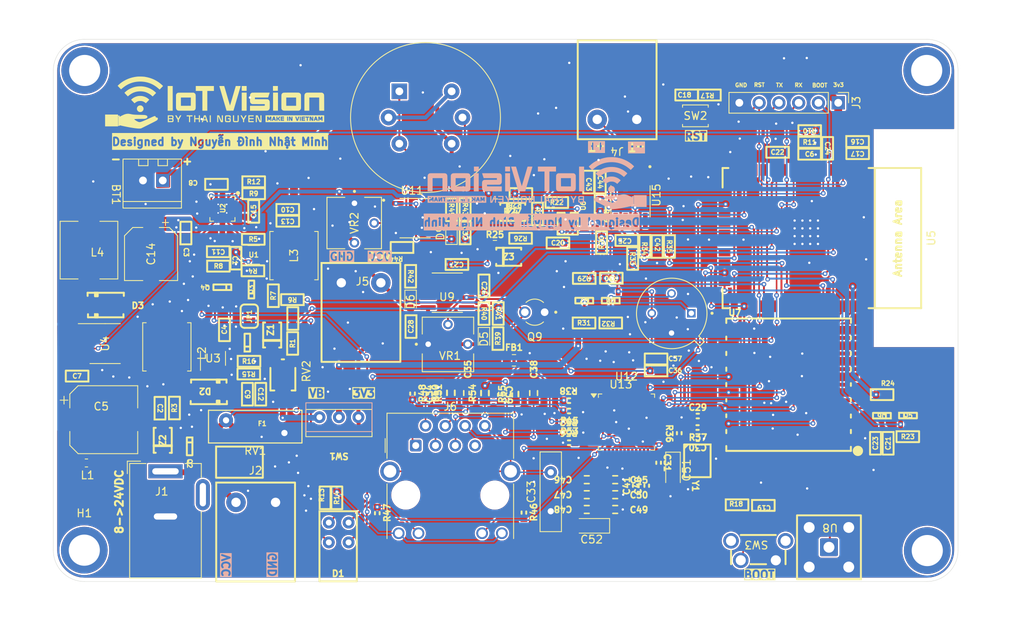
<source format=kicad_pcb>
(kicad_pcb (version 20240108) (generator "pcbnew") (generator_version "8.0")
  (layers (0 "F.Cu" signal) (31 "B.Cu" signal) (34 "B.Paste" user) (35 "F.Paste" user) (36 "B.SilkS" user "B.Silkscreen") (37 "F.SilkS" user "F.Silkscreen") (38 "B.Mask" user) (39 "F.Mask" user) (44 "Edge.Cuts" user))
  (net 0 "")
  (net 1 "GND")
  (net 2 "+BATT")
  (net 3 "/PPMIC_VOUT")
  (net 4 "Net-(Q2-G)")
  (net 5 "+5V")
  (net 6 "/IN")
  (net 7 "/Vin2")
  (net 8 "/VBAT_MONITOR")
  (net 9 "Net-(SW1-A)")
  (net 10 "+3V3")
  (net 11 "/ESP_RST")
  (net 12 "/ESP_BOOT")
  (net 13 "Net-(Q6-D)")
  (net 14 "/ADC1")
  (net 15 "/ADC2")
  (net 16 "Net-(U15-SCK)")
  (net 17 "Net-(U9-1IN-)")
  (net 18 "/ADC1_Device")
  (net 19 "/D1")
  (net 20 "Net-(U15-~{CS})")
  (net 21 "Net-(U15-SO)")
  (net 22 "Net-(D1-A1)")
  (net 23 "Net-(D1-K1)")
  (net 24 "/LED_ACT")
  (net 25 "Net-(D1-A2)")
  (net 26 "/Vin")
  (net 27 "VDC")
  (net 28 "/ESP_TX")
  (net 29 "/ESP_RX")
  (net 30 "Net-(JP1-A)")
  (net 31 "Net-(JP1-B)")
  (net 32 "/Vin1")
  (net 33 "/SW")
  (net 34 "/TPS62840DLCR_SW")
  (net 35 "/VOUT")
  (net 36 "/power_detec")
  (net 37 "Net-(Q3-D)")
  (net 38 "/LORA_EN")
  (net 39 "Net-(Q5-D)")
  (net 40 "/I2C_SCL_Device")
  (net 41 "/ADS_SCL")
  (net 42 "/ADS_SDA")
  (net 43 "/I2C_SDA_Device")
  (net 44 "Net-(U1-VSET)")
  (net 45 "Net-(U2-ILIM)")
  (net 46 "/BOOT_VCC_SENSOR_EN")
  (net 47 "Net-(U2-ISET)")
  (net 48 "Net-(U2-TS)")
  (net 49 "Net-(R15-Pad1)")
  (net 50 "Net-(U3-FB)")
  (net 51 "Net-(U6-ALERT{slash}RDY)")
  (net 52 "Net-(U6-ADDR)")
  (net 53 "VCC")
  (net 54 "/LORA.SCK")
  (net 55 "/OUT_SPI_CS")
  (net 56 "/LORA.MISO")
  (net 57 "/D0")
  (net 58 "Net-(D5-K)")
  (net 59 "Net-(D6-K)")
  (net 60 "Net-(U10-VH-)")
  (net 61 "/ADC2_Device")
  (net 62 "/TCP.CS")
  (net 63 "Net-(D9-A)")
  (net 68 "/LORA.CS")
  (net 71 "/TCP.RST")
  (net 73 "/LORA.MOSI")
  (net 75 "/TCP.INT")
  (net 76 "/LORA.INT")
  (net 78 "/LORA.RST")
  (net 80 "Net-(J4-Pin_2)")
  (net 86 "Net-(U7-Anaten)")
  (net 94 "Net-(U11-1IN+)")
  (net 98 "Net-(C29-Pad2)")
  (net 99 "/XI")
  (net 100 "Net-(J6-TCT)")
  (net 101 "Net-(J6-RD+)")
  (net 102 "Net-(C35-Pad1)")
  (net 103 "Net-(J6-RD-)")
  (net 104 "Net-(C38-Pad1)")
  (net 105 "Net-(J6-RCT)")
  (net 106 "/1V20")
  (net 107 "Net-(U12-TOCAP)")
  (net 108 "/3v3A")
  (net 109 "Net-(J6-Pad10)")
  (net 111 "Net-(J6-Pad11)")
  (net 112 "Net-(J6-TD+)")
  (net 113 "Net-(J6-TD-)")
  (net 114 "/XO")
  (net 115 "Net-(U12-TXN)")
  (net 116 "Net-(U12-TXP)")
  (net 117 "/LINKLED")
  (net 118 "/ACTLED")
  (net 119 "Net-(U12-RXP)")
  (net 120 "Net-(U12-RXN)")
  (net 121 "/EXRES1")
  (net 122 "/CGND")
  (footprint "IVS_FOOTPRINTS:R_0603" (layer "F.Cu") (at 115.93 79.84 -90)
    (property "Reference" "R49")
    (property "Value" "1k" (hide yes))
  )
  (footprint "IVS_FOOTPRINTS:Potentiometer_Bourns_TC33X_Vertical" (layer "F.Cu") (at 94.275 101.145 -90)
    (property "Reference" "RV2")
    (property "Value" "100K" (hide yes))
  )
  (footprint "minh_iot:MountingHole_3mm_M4_DIN965_Pad" (layer "F.Cu") (at 68.775 123.55)
    (property "Reference" "H1")
    (property "Value" "MountingHole" (hide yes))
  )
  (footprint "IVS_FOOTPRINTS:C_0805" (layer "F.Cu") (at 133.3 114.5)
    (property "Reference" "C46")
    (property "Value" "0.1uF" (hide yes))
  )
  (footprint "IVS_FOOTPRINTS:R_0603" (layer "F.Cu") (at 89.925 99.3)
    (property "Reference" "R16")
    (property "Value" "2K7" (hide yes))
  )
  (footprint "IVS_FOOTPRINTS:R_0603" (layer "F.Cu") (at 124.8 83.5 180)
    (property "Reference" "R26")
    (property "Value" "10k" (hide yes))
  )
  (footprint "IVS_FOOTPRINTS:R_0805_2012Metric" (layer "F.Cu") (at 121.505 83.035 180)
    (property "Reference" "R25")
    (property "Value" "22K" (hide yes))
  )
  (footprint "IVS_FOOTPRINTS:R_0603" (layer "F.Cu") (at 95.525 97 90)
    (property "Reference" "R1")
    (property "Value" "1K" (hide yes))
  )
  (footprint "IVS_FOOTPRINTS:SOT23-3" (layer "F.Cu") (at 82.3 110.22 -90)
    (property "Reference" "Q2")
    (property "Value" "SI2301" (hide yes))
  )
  (footprint "IVS_FOOTPRINTS:R_0805" (layer "F.Cu") (at 115.85 103.35 90)
    (property "Reference" "R51")
    (property "Value" "10R" (hide yes))
  )
  (footprint "IVS_FOOTPRINTS:R_0603" (layer "F.Cu") (at 90.425 87.675 180)
    (property "Reference" "R4")
    (property "Value" "270K" (hide yes))
  )
  (footprint "IVS_FOOTPRINTS:C_0603" (layer "F.Cu") (at 110.725 94.835 -90)
    (property "Reference" "C28")
    (property "Value" "105" (hide yes))
  )
  (footprint "IVS_FOOTPRINTS:C_0603" (layer "F.Cu") (at 139.525 115.275 90)
    (property "Reference" "C41")
    (property "Value" "4.7uF" (hide yes))
  )
  (footprint "IVS_FOOTPRINTS:C_0603" (layer "F.Cu") (at 85.75 76.57)
    (property "Reference" "C8")
    (property "Value" "1uF" (hide yes))
  )
  (footprint "IVS_FOOTPRINTS:SOT23-3" (layer "F.Cu") (at 136.375 91.5 180)
    (property "Reference" "Q8")
    (property "Value" "SI2300" (hide yes))
  )
  (footprint "IVS_FOOTPRINTS:R_0603" (layer "F.Cu") (at 131.025 105.675)
    (property "Reference" "R45")
    (property "Value" "0R" (hide yes))
  )
  (footprint "LED_SMD:LED_0603_1608Metric" (layer "F.Cu") (at 120.1 96.4375 -90)
    (property "Reference" "D5")
    (property "Value" "LED" (hide yes))
  )
  (footprint "IVS_FOOTPRINTS:R_0603" (layer "F.Cu") (at 161.925 69.675 180)
    (property "Reference" "R10")
    (property "Value" "220K" (hide yes))
  )
  (footprint "IVS_FOOTPRINTS:C_0603" (layer "F.Cu") (at 94.9 79.8)
    (property "Reference" "C10")
    (property "Value" "10uF" (hide yes))
  )
  (footprint "IVS_FOOTPRINTS:R_0603" (layer "F.Cu") (at 121.9 96.375 90)
    (property "Reference" "R39")
    (property "Value" "1M" (hide yes))
  )
  (footprint "IVS_FOOTPRINTS:VQFN-16-1EP_3x3mm_P0.5mm_EP1.6x1.6mm_ThermalVias" (layer "F.Cu") (at 86.5125 79.695 -90)
    (property "Reference" "U2")
    (property "Value" "BQ24075RGT" (hide yes))
  )
  (footprint "IVS_FOOTPRINTS:C_0805" (layer "F.Cu") (at 133.3 118.325)
    (property "Reference" "C48")
    (property "Value" "0.1uF" (hide yes))
  )
  (footprint "IVS_FOOTPRINTS:R_0603" (layer "F.Cu") (at 86 87.075)
    (property "Reference" "R8")
    (property "Value" "20K" (hide yes))
  )
  (footprint "minh_iot:MountingHole_3mm_M4_DIN965_Pad" (layer "F.Cu") (at 176.95 61.95)
    (property "Reference" "H1" (hide yes))
    (property "Value" "MountingHole" (hide yes))
  )
  (footprint "IVS_FOOTPRINTS:C_0805" (layer "F.Cu") (at 136.95 118.325 180)
    (property "Reference" "C49")
    (property "Value" "0.1uF" (hide yes))
  )
  (footprint "IVS_FOOTPRINTS:SOT-23-6" (layer "F.Cu") (at 85.3 98.92 90)
    (property "Reference" "U3")
    (property "Value" "MT3608" (hide yes))
  )
  (footprint "IVS_FOOTPRINTS:C_0603" (layer "F.Cu") (at 129.6 84.1 180)
    (property "Reference" "C20")
    (property "Value" "100nF" (hide yes))
  )
  (footprint "IVS_FOOTPRINTS:LED_Housing_Dual" (layer "F.Cu") (at 100.175 122.55)
    (property "Reference" "D1")
    (property "Value" "LED_Dual_AKAK" (hide yes))
  )
  (footprint "IVS_FOOTPRINTS:R_0603" (layer "F.Cu") (at 110.675 88.385 -90)
    (property "Reference" "R42")
    (property "Value" "1K" (hide yes))
  )
  (footprint "IVS_FOOTPRINTS:R_0603" (layer "F.Cu") (at 149.05 65.1 180)
    (property "Reference" "R17")
    (property "Value" "10K" (hide yes))
  )
  (footprint "Inductor_SMD:L_0603_1608Metric" (layer "F.Cu") (at 69.05 112.35 180)
    (property "Reference" "L1")
    (property "Value" "VHF160808H2N2ST" (hide yes))
  )
  (footprint "IVS_FOOTPRINTS:XH 2.54 2Pin Female" (layer "F.Cu") (at 75.05 76.075 -90)
    (property "Reference" "BT1")
    (property "Value" "Battery_18650" (hide yes))
  )
  (footprint "IVS_FOOTPRINTS:MODULE_RA-02_LORA" (layer "F.Cu") (at 159.215 102.3 180)
    (property "Reference" "U7")
    (property "Value" "Ai-Thinker-Ra-02" (hide yes))
  )
  (footprint "Connector_BarrelJack:BarrelJack_Wuerth_6941xx301002" (layer "F.Cu") (at 79.2 113.425)
    (property "Reference" "J1")
    (property "Value" "Jack-DC" (hide yes))
  )
  (footprint "IVS_FOOTPRINTS:R_0603" (layer "F.Cu") (at 131.025 109.75 180)
    (property "Reference" "R56")
    (property "Value" "12.4k" (hide yes))
  )
  (footprint "IVS_FOOTPRINTS:C_0603" (layer "F.Cu") (at 122.2 103.6 -90)
    (property "Reference" "C39")
    (property "Value" "10nF" (hide yes))
  )
  (footprint "IVS_FOOTPRINTS:Crystal_3225_4P_3.2x2.6mm" (layer "F.Cu") (at 147.5 112.075 -90)
    (property "Reference" "Y1")
    (property "Value" "Crystal_MCU" (hide yes))
  )
  (footprint "IVS_FOOTPRINTS:C_0603" (layer "F.Cu") (at 157.8 72.45 180)
    (property "Reference" "C22")
    (property "Value" "100nF" (hide yes))
  )
  (footprint "IVS_FOOTPRINTS:Connector_Coaxial_SMA" (layer "F.Cu") (at 164.4 123.175 180)
    (property "Reference" "U8")
    (property "Value" "Ipex")
  )
  (footprint "IVS_FOOTPRINTS:R_0603" (layer "F.Cu") (at 171.225 103.575)
    (property "Reference" "R24")
    (property "Value" "20K" (hide yes))
  )
  (footprint "Connector_PinHeader_2.54mm:PinHeader_1x06_P2.54mm_Vertical" (layer "F.Cu") (at 165.59 66.1 -90)
    (property "Reference" "J3")
    (property "Value" "Conn_01x06_Male" (hide yes))
  )
  (footprint "MAX6675:SOIC127P600X175-8N" (layer "F.Cu") (at 138.915 78.75 -90)
    (property "Reference" "U15")
    (property "Value" "MAX6675ISA_" (hide yes))
  )
  (footprint "IVS_FOOTPRINTS:R_0805_2012Metric" (layer "F.Cu") (at 121.615 77.71 180)
    (property "Reference" "R27")
    (property "Value" "22K" (hide yes))
  )
  (footprint "IVS_FOOTPRINTS:R_0603" (layer "F.Cu") (at 129.45 78.9)
    (property "Reference" "R22")
    (property "Value" "4K7" (hide yes))
  )
  (footprint "IVS_FOOTPRINTS:R_0805" (layer "F.Cu") (at 120.225 103.375 90)
    (property "Reference" "R54")
    (property "Value" "82R 1%" (hide yes))
  )
  (footprint "Button_Switch_SMD:SW_SPST_B3U-1000P" (layer "F.Cu") (at 147.25 67.775)
    (property "Reference" "SW2")
    (property "Value" "SW_Push" (hide yes))
  )
  (footprint "IVS_FOOTPRINTS:D_SOD-123" (layer "F.Cu") (at 123.25 85.875)
    (property "Reference" "Z3")
    (property "Value" "3V6" (hide yes))
  )
  (footprint "IVS_FOOTPRINTS:KF-5.08-2P" (layer "F.Cu") (at 104.3 92.75)
    (property "Reference" "J5")
    (property "Value" "Screw_Terminal_01x02" (hide yes))
  )
  (footprint "IVS_FOOTPRINTS:D_SOD-123" (layer "F.Cu") (at 92.9 95.95 90)
    (property "Reference" "Z1")
    (property "Value" "3V3" (hide yes))
  )
  (footprint "IVS_FOOTPRINTS:R_0603" (layer "F.Cu") (at 90.475 83.625)
    (property "Reference" "R5")
    (property "Value" "1K2" (hide yes))
  )
  (footprint "IVS_FOOTPRINTS:SOT23-3" (layer "F.Cu") (at 90.2375 90.075 90)
    (property "Reference" "Q3")
    (property "Value" "SI2300" (hide yes))
  )
  (footprint "IVS_FOOTPRINTS:C_0603" (layer "F.Cu") (at 90.525 80.045 -90)
    (property "Reference" "C15")
    (property "Value" "1uF" (hide yes))
  )
  (footprint "IVS_FOOTPRINTS:C_0805" (layer "F.Cu") (at 136.95 114.5 180)
    (property "Reference" "C45")
    (property "Value" "0.1uF" (hide yes))
  )
  (footprint "IVS_FOOTPRINTS:R_0805" (layer "F.Cu") (at 124.025 103.5 90)
    (property "Reference" "R55")
    (property "Value" "82R 1%" (hide yes))
  )
  (footprint "IVS_FOOTPRINTS:R_0603" (layer "F.Cu") (at 121.925 93.16 -90)
    (property "Reference" "R41")
    (property "Value" "1K" (hide yes))
  )
  (footprint "IVS_FOOTPRINTS:R_0603" (layer "F.Cu") (at 132.95 94.375)
    (property "Reference" "R31")
    (property "Value" "4k7" (hide yes))
  )
  (footprint "Sensor:MQ-6" (layer "F.Cu") (at 109.23 64.63)
    (property "Reference" "U10" (hide yes))
    (property "Value" "MQ-6")
  )
  (footprint "IVS_FOOTPRINTS:C_0603" (layer "F.Cu") (at 138.44 83.775)
    (property "Reference" "C25")
    (property "Value" "100n" (hide yes))
  )
  (footprint "Capacitor_Tantalum_SMD:CP_EIA-3216-10_Kemet-I" (layer "F.Cu") (at 133.925 120.425 180)
    (property "Reference" "C52")
    (property "Value" "10 uF 16V" (hide yes))
  )
  (footprint "TM393:SOIC127P599X175-8N" (layer "F.Cu") (at 111.255 80.915)
    (property "Reference" "U11")
    (property "Value" "LM393D" (hide yes))
  )
  (footprint "IVS_FOOTPRINTS:SW_MSK-38" (layer "F.Cu") (at 101.475 106.475 180)
    (property "Reference" "SW1")
    (property "Value" "MSK-38/SS-12D00" (hide yes))
  )
  (footprint "IVS_FOOTPRINTS:D_SOD-123" (layer "F.Cu") (at 123.765 80.11)
    (property "Reference" "Z4")
    (property "Value" "3V6" (hide yes))
  )
  (footprint "IVS_FOOTPRINTS:L_7.3x7.3_H4.5" (layer "F.Cu") (at 69.375 85.02 90)
    (property "Reference" "L4")
    (property "Value" "47uH" (hide yes))
  )
  (footprint "IVS_FOOTPRINTS:C_0603" (layer "F.Cu") (at 170.375 109.821 -90)
    (property "Reference" "C23")
    (property "Value" "100nF" (hide yes))
  )
  (footprint "IVS_FOOTPRINTS:R_0603" (layer "F.Cu") (at 125.225 118.725 90)
    (property "Reference" "R46")
    (property "Value" "330R")
  )
  (footprint "IVS_FOOTPRINTS:D_SMA" (layer "F.Cu") (at 71.4 92.095)
    (property "Reference" "D3")
    (property "Value" "SS34")
  )
  (footprint "IVS_FOOTPRINTS:R_0603" (layer "F.Cu") (at 110.925 103.45 90)
    (property "Reference" "R48")
    (property "Value" "49R9" (hide yes))
  )
  (footprint "IVS_FOOTPRINTS:C_0603" (layer "F.Cu") (at 146.125 65.1 180)
    (property "Reference" "C18")
    (property "Value" "10uF" (hide yes))
  )
  (footprint "IVS_FOOTPRINTS:C_0603" (layer "F.Cu") (at 147.55 109.225 180)
    (property "Reference" "C30")
    (property "Value" "18p" (hide yes))
  )
  (footprint "IVS_FOOTPRINTS:C_0603" (layer "F.Cu") (at 142.2 99 180)
    (property "Reference" "C37")
    (property "Value" "1u")
  )
  (footprint "Varistor:RV_Disc_D12mm_W4.2mm_P7.5mm" (layer "F.Cu") (at 86.975 106.87)
    (property "Reference" "RV1")
    (property "Value" "07D330K" (hide yes))
  )
  (footprint "IVS_FOOTPRINTS:C_0603" (layer "F.Cu") (at 67.85 101.195 180)
    (property "Reference" "C7")
    (property "Value" "1uF" (hide yes))
  )
  (footprint "IVS_FOOTPRINTS:SOT23-3" (layer "F.Cu") (at 132.975 91.5 180)
    (property "Reference" "Q7")
    (property "Value" "SI2300" (hide yes))
  )
  (footprint "IVS_FOOTPRINTS:R_0603" (layer "F.Cu") (at 145.175 108.525 -90)
    (property "Reference" "R36")
    (property "Value" "1M" (hide yes))
  )
  (footprint "IVS_FOOTPRINTS:R_0603" (layer "F.Cu") (at 152.6 117.725)
    (property "Reference" "R18")
    (property "Value" "10K" (hide yes))
  )
  (footprint "IVS_FOOTPRINTS:KF-5.08-2P" (layer "F.Cu") (at 137.2 64.695 180)
    (property "Reference" "J4")
    (property "Value" "Screw_Terminal_01x02")
  )
  (footprint "IVS_FOOTPRINTS:C_0603" (layer "F.Cu") (at 120.1 89.61 90)
    (property "Reference" "C26")
    (property "Value" "104" (hide yes))
  )
  (footprint "IVS_FOOTPRINTS:R_0603" (layer "F.Cu") (at 136.375 94.375 180)
    (property "Reference" "R32")
    (property "Value" "4k7" (hide yes))
  )
  (footprint "Inductor_SMD:L_Bourns_SRN6045TA" (layer "F.Cu") (at 95.7 85.725 90)
    (property "Reference" "L3")
    (property "Value" "2.2uH" (hide yes))
  )
  (footprint "3362:TRIM_3362P-1-103" (layer "F.Cu") (at 115.475 97.1)
    (property "Reference" "VR1")
    (property "Value" "10k")
  )
  (footprint "IVS_FOOTPRINTS:R_0603" (layer "F.Cu") (at 131.025 104.35 180)
    (property "Reference" "R38")
    (property "Value" "0R" (hide yes))
  )
  (footprint "Capacitor_THT:C_Disc_D10.0mm_W2.5mm_P5.00mm" (layer "F.Cu") (at 128.675 118.55 90)
    (property "Reference" "C33")
    (property "Value" "1nF/2kV")
  )
  (footprint "IVS_FOOTPRINTS:C_0603" (layer "F.Cu") (at 164.225 71.95 90)
    (property "Reference" "C24")
    (property "Value" "100nF" (hide yes))
  )
  (footprint "IVS_FOOTPRINTS:R_0603" (layer "F.Cu") (at 147.525 107.8)
    (property "Reference" "R37")
    (property "Value" "0R" (hide yes))
  )
  (footprint "IVS_FOOTPRINTS:C_0603" (layer "F.Cu") (at 91.425 103.52 90)
    (property "Reference" "C12")
    (property "Value" "10uF" (hide yes))
  )
  (footprint "IVS_FOOTPRINTS:R_0603" (layer "F.Cu") (at 112.575 103.45 90)
    (property "Reference" "R50")
    (property "Value" "49R9" (hide yes))
  )
  (footprint "IVS_FOOTPRINTS:R_0603" (layer "F.Cu") (at 120.1 93.16 -90)
    (property "Reference" "R40")
    (property "Value" "10K" (hide yes))
  )
  (footprint "IVS_FOOTPRINTS:IoTVision_NewLoGo_30.9x8" (layer "F.Cu") (at 85.61 66.07)
    (property "Reference" "Designed by Nguyễn Đình Nhật Minh")
    (property "Value" "LOGO" (hide yes))
  )
  (footprint "IVS_FOOTPRINTS:C_0603" (layer "F.Cu") (at 155.975 117.8)
    (property "Reference" "C19")
    (property "Value" "100nF" (hide yes))
  )
  (footprint "IVS_FOOTPRINTS:D_SOD-123" (layer "F.Cu") (at 78.85 109.47 90)
    (property "Reference" "Z2")
    (property "Value" "12V" (hide yes))
  )
  (footprint "BPW85A:XDCR_BPW85A" (layer "F.Cu") (at 126.62 92.99 180)
    (property "Reference" "Q9")
    (property "Value" "BPW85A" (hide yes))
  )
  (footprint "LED_SMD:LED_0603_1608Metric" (layer "F.Cu") (at 115.93 82.8025 90)
    (property "Reference" "D9")
    (property "Value" "LED" (hide yes))
  )
  (footprint "IVS_FOOTPRINTS:SOIC-8_3.9x4.9mm_P1.27mm" (layer "F.Cu") (at 71.45 97.025)
    (property "Reference" "U4")
    (property "Value" "XL1509")
  )
  (footprint "IVS_FOOTPRINTS:C_0603" (layer "F.Cu") (at 142.2 100.525 180)
    (property "Reference" "C36")
    (property "Value" "0.1u")
  )
  (footprint "IVS_FOOTPRINTS:R_0603" (layer "F.Cu") (at 106.4 118.8 90)
    (property "Reference" "R47")
    (property "Value" "330R" (hide yes))
  )
  (footprint "IVS_FOOTPRINTS:TSSOP-10_3x3mm_P0.5mm" (layer "F.Cu") (at 130.85 81.625)
    (property "Reference" "U6")
    (property "Value" "ADS1115IDGS" (hide yes))
  )
  (footprint "Capacitor_SMD:CP_Elec_6.3x5.4" (layer "F.Cu") (at 77.35 85.52 -90)
    (property "Reference" "C14")
    (property "Value" "110uF 10V" (hide yes))
  )
  (footprint "IVS_FOOTPRINTS:C_0603" (layer "F.Cu") (at 168.0874 72.625)
    (property "Reference" "C17")
    (property "Value" "100nF" (hide yes))
  )
  (footprint "IVS_FOOTPRINTS:R_0603" (layer "F.Cu") (at 174.525 108.975)
    (property "Reference" "R23")
    (property "Value" "100K" (hide yes))
  )
  (footprint "IVS_FOOTPRINTS:C_0603" (layer "F.Cu") (at 88.25 86.05 90)
    (property "Reference" "C1")
    (property "Value" "10uF" (hide yes))
  )
  (footprint "IVS_FOOTPRINTS:C_0603" (layer "F.Cu") (at 133.545 76.275 90)
    (property "Reference" "C43")
    (property "Value" "0.1u" (hide yes))
  )
  (footprint "IVS_FOOTPRINTS:R_0603" (layer "F.Cu") (at 90.525 76.245)
    (property "Reference" "R12")
    (property "Value" "10K" (hide yes))
  )
  (footprint "IVS_FOOTPRINTS:C_0603" (layer "F.Cu") (at 142.34 84.55 90)
    (property "Reference" "C42")
    (property "Value" "100n" (hide yes))
  )
  (footprint "IVS_FOOTPRINTS:TestPoint_Pad_D1.0mm" (layer "F.Cu") (at 80.3 81.45)
    (property "Reference" "TP1" (hide yes))
    (property "Value" "TestPoint" (hide yes))
  )
  (footprint "minh_iot:MountingHole_3mm_M4_DIN965_Pad" (layer "F.Cu") (at 68.825 61.95)
    (property "Reference" "H1" (hide yes))
    (property "Value" "MountingHole" (hide yes))
  )
  (footprint "minh_iot:MountingHole_3mm_M4_DIN965_Pad" (layer "F.Cu") (at 177.025 123.6)
    (property "Reference" "H1" (hide yes))
    (property "Value" "MountingHole" (hide yes))
  )
  (footprint "IVS_FOOTPRINTS:R_0603" (layer "F.Cu") (at 99.7 116.825 90)
    (property "Reference" "R13")
    (property "Value" "1K" (hide yes))
  )
  (footprint "IVS_FOOTPRINTS:C_0805" (layer "F.Cu") (at 136.95 116.425 180)
    (property "Reference" "C50")
    (property "Value" "0.1uF" (hide yes))
  )
  (footprint "IVS_FOOTPRINTS:C_0603" (layer "F.Cu") (at 161.915 72.7 180)
    (property "Reference" "C6")
    (property "Value" "1uF" (hide yes))
  )
  (footprint "Capacitor_Tantalum_SMD:CP_EIA-3216-10_Kemet-I" (layer "F.Cu") (at 144.375 113.275 -90)
    (property "Reference" "C51")
    (property "Value" "10 uF 16V" (hide yes))
  )
  (footprint "IVS_FOOTPRINTS:C_0805" (layer "F.Cu") (at 133.3 116.425)
    (property "Reference" "C47")
    (property "Value" "0.1uF" (hide yes))
  )
  (footprint "IVS_FOOTPRINTS:SOT23-3" (layer "F.Cu") (at 89.7125 96.9 90)
    (property "Reference" "Q1" (hide yes))
    (property "Value" "SI2300" (hide yes))
  )
  (footprint "IVS_FOOTPRINTS:R_0603" (layer "F.Cu") (at 140.765 84.525 -90)
    (property "Reference" "R34")
    (property "Value" "100R" (hide yes))
  )
  (footprint "IVS_FOOTPRINTS:ESP32-WROOM-32E" (layer "F.Cu") (at 161.74 83.475 -90)
    (property "Reference" "U5")
    (property "Value" "ESP32-WROOM-32UE")
  )
  (footprint "IVS_FOOTPRINTS:C_0805" (layer "F.Cu") (at 126.475 103.375 -90)
    (property "Reference" "C38")
    (property "Value" "6.8nF" (hide yes))
  )
  (footprint "Capacitor_SMD:CP_Elec_8x10.5" (layer "F.Cu") (at 71.275 106.795)
    (property "Reference" "C5")
    (property "Value" "220uF 35V" (hide yes))
  )
  (footprint "IVS_FOOTPRINTS:SW_6x6_90DEG" (layer "F.Cu") (at 155.325 123.6 180)
    (property "Reference" "SW3")
    (property "Value" "SW_Push" (hide yes))
  )
  (footprint "IVS_FOOTPRINTS:SOT23-3" (layer "F.Cu") (at 171.2 106.275 180)
    (property "Reference" "Q6")
    (property "Value" "SI2301" (hide yes))
  )
  (footprint "IVS_FOOTPRINTS:C_0603" (layer "F.Cu") (at 116.625 86.86)
    (property "Reference" "C27")
    (property "Value" "104" (hide yes))
  )
  (footprint "IVS_FOOTPRINTS:R_0603" (layer "F.Cu") (at 101.2 116.825 90)
    (property "Reference" "R14")
    (property "Value" "1K" (hide yes))
  )
  (footprint "IVS_FOOTPRINTS:R_0603" (layer "F.Cu") (at 109.575 84.675 180)
    (property "Reference" "R44")
    (property "Value" "1k")
  )
  (footprint "IVS_FOOTPRINTS:F_1812" (layer "F.Cu") (at 88.7 112.25)
    (property "Reference" "F1")
    (property "Value" "1A")
  )
  (footprint "IVS_FOOTPRINTS:C_0603" (layer "F.Cu") (at 142.525 112.325 -90)
    (property "Reference" "C31")
    (property "Value" "0.1uF" (hide yes))
  )
  (footprint "IVS_FOOTPRINTS:C_0603" (layer "F.Cu") (at 94.9 81.3)
    (property "Reference" "C13")
    (property "Value" "100nF" (hide yes))
  )
  (footprint "IVS_FOOTPRINTS:R_0805_2012Metric" (layer "F.Cu") (at 123.95 99.175)
    (property "Reference" "FB1")
    (property "Value" "FerriteBead" (hide yes))
  )
  (footprint "IVS_FOOTPRINTS:C_0603" (layer "F.Cu") (at 147.55 106.325)
    (property "Reference" "C29")
    (property "Value" "18p" (hide yes))
  )
  (footprint "IVS_FOOTPRINTS:C_0603" (layer "F.Cu") (at 114.225 103.475 90)
    (property "Reference" "C34")
    (property "Value" "22nF" (hide yes))
  )
  (footprint "IVS_FOOTPRINTS:R_0603" (layer "F.Cu") (at 93.05 90.875 90)
    (property "Reference" "R7")
    (property "Value" "100K" (hide yes))
  )
  (footprint "IVS_FOOTPRINTS:R_0603" (layer "F.Cu") (at 95.5 91.375 180)
    (property "Reference" "R6")
    (property "Value" "1K" (hide yes))
  )
  (footprint "IVS_FOOTPRINTS:C_0603" (layer "F.Cu") (at 81.825 82.825 90)
    (property "Reference" "C3")
    (property "Value" "1uF" (hide yes))
  )
  (footprint "Package_QFP:LQFP-48_7x7mm_P0.5mm" (layer "F.Cu") (at 138.4 107.1)
    (property "Reference" "U12")
    (property "Value" "W5500" (hide yes))
  )
  (footprint "LED_SMD:LED_0603_1608Metric" (layer "F.Cu") (at 110.675 91.6475 -90)
    (property "Reference" "D6")
    (property "Value" "LED" (hide yes))
  )
  (footprint "IVS_FOOTPRINTS:C_0805" (layer "F.Cu") (at 118 103.375 -90)
    (property "Reference" "C35")
    (property "Value" "6.8nF" (hide yes))
  )
  (footprint "IVS_FOOTPRINTS:R_0603" (layer "F.Cu") (at 131.025 107.025)
    (property "Reference" "R53")
    (property "Value" "0R")
  )
  (footprint "MLX90614:TO254P942H425-4" (layer "F.Cu") (at 144.185 93.125 180)
    (property "Reference" "U13")
    (property "Value" "MLX90614ESF-BAA-000-TU" (hide yes))
  )
  (footprint "IVS_FOOTPRINTS:C_0603" (layer "F.Cu") (at 141 115.275 90)
    (property "Reference" "C40")
    (property "Value" "10nF" (hide yes))
  )
  (footprint "IVS_FOOTPRINTS:C_0603" (layer "F.Cu") (at 172 109.825 -90)
    (property "Reference" "C21")
    (property "Value" "1uF" (hide yes))
  )
  (footprint "IVS_FOOTPRINTS:R_0603" (layer "F.Cu") (at 139.19 86.1 -90)
    (property "Reference" "R33")
    (property "Value" "100R" (hide yes))
  )
  (footprint "IVS_FOOTPRINTS:R_0603" (layer "F.Cu") (at 80.35 105.295 90)
    (property "Reference" "R3")
    (property "Value" "12k" (hide yes))
  )
  (footprint "IVS_FOOTPRINTS:C_0603" (layer "F.Cu") (at 78.5 105.32 90)
    (property "Reference" "C2")
    (property "Value" "100nF" (hide yes))
  )
  (footprint "Connector_RJ:RJ45_Hanrun_HR911105A_Horizontal" (layer "F.Cu") (at 111.335 110.115)
    (property "Reference" "J6")
    (property "Value" "RJ45_Hanrun_HR911105A_Horizontal" (hide yes))
  )
  (footprint "IVS_FOOTPRINTS:R_0603" (layer "F.Cu") (at 124.84 77.76 180)
    (property "Reference" "R28")
    (property "Value" "10k" (hide yes))
  )
  (footprint "IVS_FOOTPRINTS:R_0603" (layer "F.Cu") (at 126.975 80.375 -90)
    (property "Reference" "R21")
    (property "Value" "4K7" (hide yes))
  )
  (footprint "IVS_FOOTPRINTS:R_0603" (layer "F.Cu") (at 90.525 77.77)
    (property "Reference" "R9")
    (property "Value" "1K2" (hide yes))
  )
  (footprint "TM393:SOIC127P599X175-8N" (layer "F.Cu") (at 115.39 90.4825 180)
    (property "Reference" "U9")
    (property "Value" "LM393D" (hide yes))
  )
  (footprint "IVS_FOOTPRINTS:C_0603" (layer "F.Cu") (at 86.775 95.25 -90)
    (property "Reference" "C4")
    (property "Value" "1uF" (hide yes))
  )
  (footprint "IVS_FOOTPRINTS:R_0603" (layer "F.Cu") (at 143.915 84.55 -90)
    (property "Reference" "R35")
    (property "Value" "100R" (hide yes))
  )
  (footprint "IVS_FOOTPRINTS:C_0603" (layer "F.Cu") (at 85.975 85.225)
    (property "Reference" "C11")
    (property "Value" "10uF" (hide yes))
  )
  (footprint "IVS_FOOTPRINTS:SolderJumper-2_P1.3mm_Open_RoundedPad1.0x1.5mm" (layer "F.Cu") (at 89.975 93.525 90)
    (property "Reference" "JP1")
    (property "Value" "SolderJumper_2_Open" (hide yes))
  )
  (footprint "IVS_FOOTPRINTS:R_0603" (layer "F.Cu") (at 131.025 108.375 180)
    (property "Reference" "R52")
    (property "Value" "0R" (hide yes))
  )
  (footprint "IVS_FOOTPRINTS:C_0603" (layer "F.Cu") (at 117.68 82.815 90)
    (property "Reference" "C32")
    (property "Value" "104" (hide yes))
  )
  (footprint "Inductor_SMD:L_Bourns_SRN6045TA" (layer "F.Cu") (at 79.375 97.445 -90)
    (property "Reference" "L2")
    (property "Value" "22uH" (hide yes))
  )
  (footprint "IVS_FOOTPRINTS:R_0603" (layer "F.Cu") (at 132.975 88.65 180)
    (property "Reference" "R29")
    (property "Value" "4k7" (hide yes))
  )
  (footprint "IVS_FOOTPRINTS:R_0603" (layer "F.Cu") (at 161.9192 71.17)
    (property "Reference" "R11")
    (property "Value" "100K" (hide yes))
  )
  (footprint "IVS_FOOTPRINTS:C_0603" (layer "F.Cu") (at 168.075 71.075)
    (property "Reference" "C16")
    (property "Value" "10uF" (hide yes))
  )
  (footprint "IVS_FOOTPRINTS:R_0603" (layer "F.Cu") (at 95.55 93.8 90)
    (property "Reference" "R2" (hide yes))
    (property "Value" "10K" (hide yes))
  )
  (footprint "3362:TRIM_3362P-1-103" (layer "F.Cu") (at 103.465 81.54 -90)
    (property "Reference" "VR2")
    (property "Value" "10k" (hide yes))
  )
  (footprint "IVS_FOOTPRINTS:R_0603" (layer "F.Cu") (at 135.2 84.05 90)
    (property "Reference" "R20")
    (property "Value" "4K7" (hide yes))
  )
  (footprint "IVS_FOOTPRINTS:R_0603" (layer "F.Cu") (at 135.02 79.25 -90)
    (property "Reference" "R19")
    (property "Value" "4K7" (hide yes))
  )
  (footprint "IVS_FOOTPRINTS:SOT23-3" (layer "F.Cu") (at 174.55 106.2625)
    (property "Reference" "Q5")
    (property "Value" "SI2300" (hide yes))
  )
  (footprint "IVS_FOOTPRINTS:R_0603" (layer "F.Cu") (at 89.9 100.925 180)
    (property "Reference" "R15")
    (property "Value" "20K" (hide yes))
  )
  (footprint "IVS_FOOTPRINTS:VSON-HR - 1 mm" (layer "F.Cu") (at 90.535 85.625)
    (property "Reference" "U1")
    (property "Value" "TPS62840DLCR" (hide yes))
  )
  (footprint "IVS_FOOTPRINTS:C_0603" (layer "F.Cu") (at 135.025 76.275 90)
    (property "Reference" "C44")
    (property "Value" "100n" (hide yes))
  )
  (footprint "IVS_FOOTPRINTS:SOT23-3" (layer "F.Cu") (at 86.5 89.7875 180)
    (property "Reference" "Q4")
    (property "Value" "SI2301" (hide yes))
  )
  (footprint "IVS_FOOTPRINTS:R_0603" (layer "F.Cu") (at 117.68 79.79 -90)
    (property "Reference" "R43")
    (property "Value" "1k" (hide yes))
  )
  (footprint "IVS_FOOTPRINTS:C_0603" (layer "F.Cu") (at 89.725 103.52 90)
    (property "Reference" "C9")
    (property "Value" "10uF" (hide yes))
  )
  (footprint "IVS_FOOTPRINTS:D_SMA" (layer "F.Cu") (at 84.8875 103.195 180)
    (property "Reference" "D2")
    (property "Value" "SS34")
  )
  (footprint "IVS_FOOTPRINTS:R_0603" (layer "F.Cu") (at 136.45 88.625 180)
    (property "Reference" "R30")
    (property "Value" "4k7" (hide yes))
  )
  (footprint "IVS_FOOTPRINTS:KF-5.08-2P" (layer "F.Cu") (at 90.775 120.95)
    (property "Reference" "J2")
    (property "Value" "Screw_Terminal_01x02")
  )
  (footprint "IVS_FOOTPRINTS:IoTVision_NewLoGo_30.9x8" (layer "B.Cu") (at 126.83 76.42 180)
    (property "Reference" "Designed by Nguyễn Đình Nhật Minh")
    (property "Value" "LOGO" (hide yes))
  )
  (gr_line (start 64.8 123.575) (end 64.8 61.95) (stroke (width 0.05)) (layer "Edge.Cuts"))
  (gr_arc (start 64.8 61.95) (mid 65.971573 59.121573) (end 68.8 57.95) (stroke (width 0.05)) (layer "Edge.Cuts"))
  (gr_line (start 176.975 127.575) (end 68.8 127.575) (stroke (width 0.05)) (layer "Edge.Cuts"))
  (gr_arc (start 180.975 123.575) (mid 179.803427 126.403427) (end 176.975 127.575) (stroke (width 0.05)) (layer "Edge.Cuts"))
  (gr_line (start 180.975 61.95) (end 180.975 123.575) (stroke (width 0.05)) (layer "Edge.Cuts"))
  (gr_arc (start 176.975 57.95) (mid 179.803427 59.121573) (end 180.975 61.95) (stroke (width 0.05)) (layer "Edge.Cuts"))
  (gr_line (start 68.8 57.95) (end 176.975 57.95) (stroke (width 0.05)) (layer "Edge.Cuts"))
  (gr_arc (start 68.8 127.575) (mid 65.971573 126.403427) (end 64.8 123.575) (stroke (width 0.05)) (layer "Edge.Cuts"))
  (gr_text "VCC" (at 108.25 86.46 0) (layer "B.SilkS" knockout) (effects (font (size 1 1) (thickness 0.25) (bold yes)) (justify left bottom mirror)))
  (gr_text "GND" (at 103.53 86.43 0) (layer "B.SilkS" knockout) (effects (font (size 1 1) (thickness 0.25) (bold yes)) (justify left bottom mirror)))
  (gr_text "GND" (at 93.55 123.725 90) (layer "B.SilkS" knockout) (effects (font (size 1 1) (thickness 0.25) (bold yes)) (justify left bottom mirror)))
  (gr_text "VCC" (at 87.59 123.915476 90) (layer "B.SilkS" knockout) (effects (font (size 1 1) (thickness 0.25) (bold yes)) (justify left bottom mirror)))
  (gr_text "T+" (at 133.46 71.15 180) (layer "B.SilkS" knockout) (effects (font (size 1 1) (thickness 0.25) (bold yes)) (justify left bottom mirror)))
  (gr_text "T-" (at 138.59 71.2 180) (layer "B.SilkS" knockout) (effects (font (size 1 1) (thickness 0.25) (bold yes)) (justify left bottom mirror)))
  (gr_text "BOOT" (at 153.35 127.3 0) (layer "F.SilkS" knockout) (effects (font (size 1 1) (thickness 0.25) (bold yes)) (justify left bottom)))
  (gr_text "T+\n" (at 135.64 71.15 180) (layer "F.SilkS" knockout) (effects (font (size 1 1) (thickness 0.25) (bold yes)) (justify left bottom)))
  (gr_text "3V3" (at 103.125 104 0) (layer "F.SilkS" knockout) (effects (font (size 1 1) (thickness 0.25) (bold yes)) (justify left bottom)))
  (gr_text "GND" (at 100.15 86.46 0) (layer "F.SilkS" knockout) (effects (font (size 1 1) (thickness 0.25) (bold yes)) (justify left bottom)))
  (gr_text "+" (at 82.78 73.14 180) (layer "F.SilkS") (effects (font (size 1 1) (thickness 0.25) (bold yes)) (justify left bottom)))
  (gr_text "VCC" (at 105.18 86.49 0) (layer "F.SilkS" knockout) (effects (font (size 1 1) (thickness 0.25) (bold yes)) (justify left bottom)))
  (gr_text "RST" (at 145.75 70.975 0) (layer "F.SilkS" knockout) (effects (font (size 1 1) (thickness 0.25) (bold yes)) (justify left bottom)))
  (gr_text "RX" (at 159.925 64.125 0) (layer "F.SilkS") (effects (font (size 0.5 0.5) (thickness 0.125) (bold yes)) (justify left bottom)))
  (gr_text "TX" (at 157.525 64.125 0) (layer "F.SilkS") (effects (font (size 0.5 0.5) (thickness 0.125) (bold yes)) (justify left bottom)))
  (gr_text "GND" (at 152.275 64.125 0) (layer "F.SilkS") (effects (font (size 0.5 0.5) (thickness 0.125) (bold yes)) (justify left bottom)))
  (gr_text "\n8->24VDC" (at 73.85 121.59 90) (layer "F.SilkS") (effects (font (size 1 1) (thickness 0.25) (bold yes)) (justify left bottom)))
  (gr_text "RST" (at 154.7 64.1 0) (layer "F.SilkS") (effects (font (size 0.5 0.5) (thickness 0.125) (bold yes)) (justify left bottom)))
  (gr_text "VB" (at 97.525 104 0) (layer "F.SilkS" knockout) (effects (font (size 1 1) (thickness 0.25) (bold yes)) (justify left bottom)))
  (gr_text "T-" (at 140.77 71.19 180) (layer "F.SilkS" knockout) (effects (font (size 1 1) (thickness 0.25) (bold yes)) (justify left bottom)))
  (gr_text "BOOT" (at 162.175 64.15 0) (layer "F.SilkS") (effects (font (size 0.5 0.5) (thickness 0.125) (bold yes)) (justify left bottom)))
  (gr_text "3v3\n\n" (at 164.875 64.9 0) (layer "F.SilkS") (effects (font (size 0.5 0.5) (thickness 0.125) (bold yes)) (justify left bottom)))
  (gr_text "-" (at 73.61 72.86 180) (layer "F.SilkS") (effects (font (size 1 1) (thickness 0.25) (bold yes)) (justify left bottom)))
  (segment (start 130.575 81.075) (end 130.025 81.625) (width 0.25) (layer "F.Cu") (net 1))
  (segment (start 130.025 81.625) (end 128.7 81.625) (width 0.25) (layer "F.Cu") (net 1))
  (segment (start 140.975 106.55) (end 140.975 107.03241) (width 0.2) (layer "F.Cu") (net 1))
  (segment (start 141.79259 107.85) (end 142.5625 107.85) (width 0.2) (layer "F.Cu") (net 1))
  (segment (start 142.34 86.66) (end 142.325 86.675) (width 0.25) (layer "F.Cu") (net 1))
  (segment (start 140.975 107.03241) (end 141.79259 107.85) (width 0.2) (layer "F.Cu") (net 1))
  (segment (start 142.34 85.325) (end 142.34 86.66) (width 0.25) (layer "F.Cu") (net 1))
  (via (at 81.164289 107.850529) (size 0.6) (drill 0.3) (layers "F.Cu" "B.Cu") (net 1))
  (via (at 142.325 86.675) (size 0.6) (drill 0.3) (layers "F.Cu" "B.Cu") (net 1))
  (via (at 117.225 85.375) (size 0.6) (drill 0.3) (layers "F.Cu" "B.Cu") (net 1))
  (via (at 145.475 106.5) (size 0.6) (drill 0.3) (layers "F.Cu" "B.Cu") (net 1))
  (via (at 129.15 105.95) (size 0.6) (drill 0.3) (layers "F.Cu" "B.Cu") (net 1))
  (via (at 138.598286 67.222395) (size 0.6) (drill 0.3) (layers "F.Cu" "B.Cu") (net 1))
  (via (at 91.225 83.575) (size 0.6) (drill 0.3) (layers "F.Cu" "B.Cu") (net 1))
  (via (at 93.575 76.45) (size 0.6) (drill 0.3) (layers "F.Cu" "B.Cu") (net 1))
  (via (at 108.785 82.82) (size 0.6) (drill 0.3) (layers "F.Cu" "B.Cu") (net 1))
  (via (at 150.209869 66.296573) (size 0.6) (drill 0.3) (layers "F.Cu" "B.Cu") (net 1))
  (via (at 100.075 87.4) (size 0.6) (drill 0.3) (layers "F.Cu" "B.Cu") (net 1))
  (via (at 99.375 100.05) (size 0.6) (drill 0.3) (layers "F.Cu" "B.Cu") (net 1))
  (via (at 157.55 70.725) (size 0.6) (drill 0.3) (layers "F.Cu" "B.Cu") (net 1))
  (via (at 119.275 84.9) (size 0.6) (drill 0.3) (layers "F.Cu" "B.Cu") (net 1))
  (via (at 97.875 116.95) (size 0.6) (drill 0.3) (layers "F.Cu" "B.Cu") (net 1))
  (via (at 125.975 98.25) (size 0.6) (drill 0.3) (layers "F.Cu" "B.Cu") (net 1))
  (via (at 133.275 98.975) (size 0.6) (drill 0.3) (layers "F.Cu" "B.Cu") (net 1))
  (via (at 87.625 99) (size 0.6) (drill 0.3) (layers "F.Cu" "B.Cu") (net 1))
  (via (at 135.95 112.95) (size 0.6) (drill 0.3) (layers "F.Cu" "B.Cu") (net 1))
  (via (at 169.05 109.175) (size 0.6) (drill 0.3) (layers "F.Cu" "B.Cu") (net 1))
  (via (at 83.275 80.325) (size 0.6) (drill 0.3) (layers "F.Cu" "B.Cu") (net 1))
  (via (at 121.95 87.95) (size 0.6) (drill 0.3) (layers "F.Cu" "B.Cu") (net 1))
  (via (at 83.85 68.195) (size 0.6) (drill 0.3) (layers "F.Cu" "B.Cu") (net 1))
  (via (at 157.619193 68.778981) (size 0.6) (drill 0.3) (layers "F.Cu" "B.Cu") (net 1))
  (via (at 97.040473 116.50466) (size 0.6) (drill 0.3) (layers "F.Cu" "B.Cu") (net 1))
  (via (at 130.375 89.75) (size 0.6) (drill 0.3) (layers "F.Cu" "B.Cu") (net 1))
  (via (at 137.975 114.45) (size 0.6) (drill 0.3) (layers "F.Cu" "B.Cu") (net 1))
  (via (at 127.05 67.475) (size 0.6) (drill 0.3) (layers "F.Cu" "B.Cu") (net 1))
  (via (at 102.825 81.425) (size 0.6) (drill 0.3) (layers "F.Cu" "B.Cu") (net 1))
  (via (at 152.95 70.7) (size 0.6) (drill 0.3) (layers "F.Cu" "B.Cu") (net 1))
  (via (at 143.15 101.925) (size 0.6) (drill 0.3) (layers "F.Cu" "B.Cu") (net 1))
  (via (at 157.225 106.175) (size 0.6) (drill 0.3) (layers "F.Cu" "B.Cu") (net 1))
  (via (at 101.65 73.275) (size 0.6) (drill 0.3) (layers "F.Cu" "B.Cu") (net 1))
  (via (at 103.625 87.725) (size 0.6) (drill 0.3) (layers "F.Cu" "B.Cu") (net 1))
  (via (at 82.25 106.15) (size 0.6) (drill 0.3) (layers "F.Cu" "B.Cu") (net 1))
  (via (at 155.675 114.875) (size 0.6) (drill 0.3) (layers "F.Cu" "B.Cu") (net 1))
  (via (at 79.75 91.625) (size 0.6) (drill 0.3) (layers "F.Cu" "B.Cu") (net 1))
  (via (at 107.1 97) (size 0.6) (drill 0.3) (layers "F.Cu" "B.Cu") (net 1))
  (via (at 135.725 98.025) (size 0.6) (drill 0.3) (layers "F.Cu" "B.Cu") (net 1))
  (via (at 82.7 88.4) (size 0.6) (drill 0.3) (layers "F.Cu" "B.Cu") (net 1))
  (via (at 160.375 108.725) (size 0.6) (drill 0.3) (layers "F.Cu" "B.Cu") (net 1))
  (via (at 112.125 82.15) (size 0.6) (drill 0.3) (layers "F.Cu" "B.Cu") (net 1))
  (via (at 137.975 116.425) (size 0.6) (drill 0.3) (layers "F.Cu" "B.Cu") (net 1))
  (via (at 136.757609 99.391973) (size 0.6) (drill 0.3) (layers "F.Cu" "B.Cu") (net 1))
  (via (at 140.5 109.6) (size 0.6) (drill 0.3) (layers "F.Cu" "B.Cu") (net 1))
  (via (at 158.629024 60.38517) (size 0.6) (drill 0.3) (layers "F.Cu" "B.Cu") (net 1))
  (via (at 156.85 98.725) (size 0.6) (drill 0.3) (layers "F.Cu" "B.Cu") (net 1))
  (via (at 134.81 73.45) (size 0.6) (drill 0.3) (layers "F.Cu" "B.Cu") (net 1))
  (via (at 128.175 109.25) (size 0.6) (drill 0.3) (layers "F.Cu" "B.Cu") (net 1))
  (via (at 148.35 109.225) (size 0.6) (drill 0.3) (layers "F.Cu" "B.Cu") (net 1))
  (via (at 104.575 90.4) (size 0.6) (drill 0.3) (layers "F.Cu" "B.Cu") (net 1))
  (via (at 76.65 79.1) (size 0.6) (drill 0.3) (layers "F.Cu" "B.Cu") (net 1))
  (via (at 127.9 106.05) (size 0.6) (drill 0.3) (layers "F.Cu" "B.Cu") (net 1))
  (via (at 138.575 93.6) (size 0.6) (drill 0.3) (layers "F.Cu" "B.Cu") (net 1))
  (via (at 138.749633 98.140347) (size 0.6) (drill 0.3) (layers "F.Cu" "B.Cu") (net 1))
  (via (at 92.25 86.45) (size 0.6) (drill 0.3) (layers "F.Cu" "B.Cu") (net 1))
  (via (at 113.275 85.275) (size 0.6) (drill 0.3) (layers "F.Cu" "B.Cu") (net 1))
  (via (at 156.7 101.85) (size 0.6) (drill 0.3) (layers "F.Cu" "B.Cu") (net 1))
  (via (at 138.7 107.95) (size 0.6) (drill 0.3) (layers "F.Cu" "B.Cu") (net 1))
  (via (at 93.025 104.5) (size 0.6) (drill 0.3) (layers "F.Cu" "B.Cu") (net 1))
  (via (at 92.675 81.575) (size 0.6) (drill 0.3) (layers "F.Cu" "B.Cu") (net 1))
  (via (at 131.725 103.025) (size 0.6) (drill 0.3) (layers "F.Cu" "B.Cu") (net 1))
  (via (at 75.625 93.575) (size 0.6) (drill 0.3) (layers "F.Cu" "B.Cu") (net 1))
  (via (at 138.85 95.825) (size 0.6) (drill 0.3) (layers "F.Cu" "B.Cu") (net 1))
  (via (at 149 83.675) (size 0.6) (drill 0.3) (layers "F.Cu" "B.Cu") (net 1))
  (via (at 160.972612 98.306192) (size 0.6) (drill 0.3) (layers "F.Cu" "B.Cu") (net 1))
  (via (at 123.475 72.925) (size 0.6) (drill 0.3) (layers "F.Cu" "B.Cu") (net 1))
  (via (at 119.2 79.025) (size 0.6) (drill 0.3) (layers "F.Cu" "B.Cu") (net 1))
  (via (at 112.225 80.825) (size 0.6) (drill 0.3) (layers "F.Cu" "B.Cu") (net 1))
  (via (at 144.05 116.625) (size 0.6) (drill 0.3) (layers "F.Cu" "B.Cu") (net 1))
  (via (at 137.075 107.1) (size 0.6) (drill 0.3) (layers "F.Cu" "B.Cu") (net 1))
  (via (at 138.2 65.3) (size 0.6) (drill 0.3) (layers "F.Cu" "B.Cu") (net 1))
  (via (at 158.9 104.5) (size 0.6) (drill 0.3) (layers "F.Cu" "B.Cu") (net 1))
  (via (at 97.55 115.325) (size 0.6) (drill 0.3) (layers "F.Cu" "B.Cu") (net 1))
  (via (at 131.05 60.975) (size 0.6) (drill 0.3) (layers "F.Cu" "B.Cu") (net 1))
  (via (at 162.7 72.75) (size 0.6) (drill 0.3) (layers "F.Cu" "B.Cu") (net 1))
  (via (at 126.504763 75.387353) (size 0.6) (drill 0.3) (layers "F.Cu" "B.Cu") (net 1))
  (via (at 144.85 93.675) (size 0.6) (drill 0.3) (layers "F.Cu" "B.Cu") (net 1))
  (via (at 168.875 80.8) (size 0.6) (drill 0.3) (layers "F.Cu" "B.Cu") (net 1))
  (via (at 82.877998 85.598663) (size 0.6) (drill 0.3) (layers "F.Cu" "B.Cu") (net 1))
  (via (at 96.225 113.625) (size 0.6) (drill 0.3) (layers "F.Cu" "B.Cu") (net 1))
  (via (at 88.275 92.25) (size 0.6) (drill 0.3) (layers "F.Cu" "B.Cu") (net 1))
  (via (at 88.25 94.85) (size 0.6) (drill 0.3) (layers "F.Cu" "B.Cu") (net 1))
  (via (at 126.475 111.75) (size 0.6) (drill 0.3) (layers "F.Cu" "B.Cu") (net 1))
  (via (at 83.775 105.575) (size 0.6) (drill 0.3) (layers "F.Cu" "B.Cu") (net 1))
  (via (at 156.975 104.675) (size 0.6) (drill 0.3) (layers "F.Cu" "B.Cu") (net 1))
  (via (at 90.05 65.425) (size 0.6) (drill 0.3) (layers "F.Cu" "B.Cu") (net 1))
  (via (at 152.8 68.525) (size 0.6) (drill 0.3) (layers "F.Cu" "B.Cu") (net 1))
  (via (at 154.825 98.225) (size 0.6) (drill 0.3) (layers "F.Cu" "B.Cu") (net 1))
  (via (at 132.825 105.825) (size 0.6) (drill 0.3) (layers "F.Cu" "B.Cu") (net 1))
  (via (at 140.975 106.55) (size 0.6) (drill 0.3) (layers "F.Cu" "B.Cu") (net 1))
  (via (at 170.125 113.25) (size 0.6) (drill 0.3) (layers "F.Cu" "B.Cu") (net 1))
  (via (at 81.310932 92.843384) (size 0.6) (drill 0.3) (layers "F.Cu" "B.Cu") (net 1))
  (via (at 106.225 85.95) (size 0.6) (drill 0.3) (layers "F.Cu" "B.Cu") (net 1))
  (via (at 69.925 76.2) (size 0.6) (drill 0.3) (layers "F.Cu" "B.Cu") (net 1))
  (via (at 137.875 113.075) (size 0.6) (drill 0.3) (layers "F.Cu" "B.Cu") (net 1))
  (via (at 161.55 60.35) (size 0.6) (drill 0.3) (layers "F.Cu" "B.Cu") (net 1))
  (via (at 96.55 61.275) (size 0.6) (drill 0.3) (layers "F.Cu" "B.Cu") (net 1))
  (via (at 156.1 104.625) (size 0.6) (drill 0.3) (layers "F.Cu" "B.Cu") (net 1))
  (via (at 144.425 99.85) (size 0.6) (drill 0.3) (layers "F.Cu" "B.Cu") (net 1))
  (via (at 82.325 86.45) (size 0.6) (drill 0.3) (layers "F.Cu" "B.Cu") (net 1))
  (via (at 127.85 73.35) (size 0.6) (drill 0.3) (layers "F.Cu" "B.Cu") (net 1))
  (via (at 91.55 109) (size 0.6) (drill 0.3) (layers "F.Cu" "B.Cu") (net 1))
  (via (at 100.9 97.675) (size 0.6) (drill 0.3) (layers "F.Cu" "B.Cu") (net 1))
  (via (at 137.665 83.775) (size 0.6) (drill 0.3) (layers "F.Cu" "B.Cu") (net 1))
  (via (at 97.25 118.475) (size 0.6) (drill 0.3) (layers "F.Cu" "B.Cu") (net 1))
  (via (at 78.925 102.25) (size 0.6) (drill 0.3) (layers "F.Cu" "B.Cu") (net 1))
  (via (at 129.36018 66.753272) (size 0.6) (drill 0.3) (layers "F.Cu" "B.Cu") (net 1))
  (via (at 161.475 105.95) (size 0.6) (drill 0.3) (layers "F.Cu" "B.Cu") (net 1))
  (via (at 130.575 86.45) (size 0.6) (drill 0.3) (layers "F.Cu" "B.Cu") (net 1))
  (via (at 149.9 111.8) (size 0.6) (drill 0.3) (layers "F.Cu" "B.Cu") (net 1))
  (via (at 84.975 76.57) (size 0.6) (drill 0.3) (layers "F.Cu" "B.Cu") (net 1))
  (via (at 100.65 81.875) (size 0.6) (drill 0.3) (layers "F.Cu" "B.Cu") (net 1))
  (via (at 154.8 95.1) (size 0.6) (drill 0.3) (layers "F.Cu" "B.Cu") (net 1))
  (via (at 146.3 83.65) (size 0.6) (drill 0.3) (layers "F.Cu" "B.Cu") (net 1))
  (via (at 97.575 75.75) (size 0.6) (drill 0.3) (layers "F.Cu" "B.Cu") (net 1))
  (via (at 112.475 75.725) (size 0.6) (drill 0.3) (layers "F.Cu" "B.Cu") (net 1))
  (via (at 151.725 72.425) (size 0.6) (drill 0.3) (layers "F.Cu" "B.Cu") (net 1))
  (via (at 92.05 72.325) (size 0.6) (drill 0.3) (layers "F.Cu" "B.Cu") (net 1))
  (via (at 74.55 101.375) (size 0.6) (drill 0.3) (layers "F.Cu" "B.Cu") (net 1))
  (via (at 137.925 118.325) (size 0.6) (drill 0.3) (layers "F.Cu" "B.Cu") (net 1))
  (via (at 88.25 86.825) (size 0.6) (drill 0.3) (layers "F.Cu" "B.Cu") (net 1))
  (via (at 132.85 108.45) (size 0.6) (drill 0.3) (layers "F.Cu" "B.Cu") (net 1))
  (via (at 146.275 95.175) (size 0.6) (drill 0.3) (layers "F.Cu" "B.Cu") (net 1))
  (via (at 149.314138 100.053149) (size 0.6) (drill 0.3) (layers "F.Cu" "B.Cu") (net 1))
  (via (at 76.875 102.5) (size 0.6) (drill 0.3) (layers "F.Cu" "B.Cu") (net 1))
  (via (at 153.425 83.675) (size 0.6) (drill 0.3) (layers "F.Cu" "B.Cu") (net 1))
  (via (at 86.55 92.375) (size 0.6) (drill 0.3) (layers "F.Cu" "B.Cu") (net 1))
  (via (at 87.7 101.025) (size 0.6) (drill 0.3) (layers "F.Cu" "B.Cu") (net 1))
  (via (at 85.525 83.85) (size 0.6) (drill 0.3) (layers "F.Cu" "B.Cu") (net 1))
  (via (at 82.1 91.425) (size 0.6) (drill 0.3) (layers "F.Cu" "B.Cu") (net 1))
  (via (at 124.93 106.12) (size 0.6) (drill 0.3) (layers "F.Cu" "B.Cu") (net 1))
  (via (at 146.4 97.925) (size 0.6) (drill 0.3) (layers "F.Cu" "B.Cu") (net 1))
  (via (at 130.25 109.75) (size 0.6) (drill 0.3) (layers "F.Cu" "B.Cu") (net 1))
  (via (at 148.9 75.65) (size 0.6) (drill 0.3) (layers "F.Cu" "B.Cu") (net 1))
  (via (at 90.7 99.3) (size 0.6) (drill 0.3) (layers "F.Cu" "B.Cu") (net 1))
  (via (at 93.275 112.8) (size 0.6) (drill 0.3) (layers "F.Cu" "B.Cu") (net 1))
  (via (at 77.557952 91.977312) (size 0.6) (drill 0.3) (layers "F.Cu" "B.Cu") (net 1))
  (via (at 102.875 102.85) (size 0.6) (drill 0.3) (layers "F.Cu" "B.Cu") (net 1))
  (via (at 82.6 107.7) (size 0.6) (drill 0.3) (layers "F.Cu" "B.Cu") (net 1))
  (via (at 92.2 88.675) (size 0.6) (drill 0.3) (layers "F.Cu" "B.Cu") (net 1))
  (via (at 87.825 83.875) (size 0.6) (drill 0.3) (layers "F.Cu" "B.Cu") (net 1))
  (via (at 81.563537 89.343008) (size 0.6) (drill 0.3) (layers "F.Cu" "B.Cu") (net 1))
  (via (at 162.2 78.725) (size 0.6) (drill 0.3) (layers "F.Cu" "B.Cu") (net 1))
  (via (at 83.175 78.8) (size 0.6) (drill 0.3) (layers "F.Cu" "B.Cu") (net 1))
  (via (at 71.075 100.425) (size 0.6) (drill 0.3) (layers "F.Cu" "B.Cu") (net 1))
  (via (at 84.725 92.175) (size 0.6) (drill 0.3) (layers "F.Cu" "B.Cu") (net 1))
  (via (at 162.65 71.225) (size 0.6) (drill 0.3) (layers "F.Cu" "B.Cu") (net 1))
  (via (at 132.25 111.7) (size 0.6) (drill 0.3) (layers "F.Cu" "B.Cu") (net 1))
  (via (at 143.811138 75.84097) (size 0.6) (drill 0.3) (layers "F.Cu" "B.Cu") (net 1))
  (via (at 140.825 94.275) (size 0.6) (drill 0.3) (layers "F.Cu" "B.Cu") (net 1))
  (via (at 98.275 79.75) (size 0.6) (drill 0.3) (layers "F.Cu" "B.Cu") (net 1))
  (via (at 84.975 83.5) (size 0.6) (drill 0.3) (layers "F.Cu" "B.Cu") (net 1))
  (via (at 145.625 81.15) (size 0.6) (drill 0.3) (layers "F.Cu" "B.Cu") (net 1))
  (via (at 144.55 98.8) (size 0.6) (drill 0.3) (layers "F.Cu" "B.Cu") (net 1))
  (via (at 96.05 111.425) (size 0.6) (drill 0.3) (layers "F.Cu" "B.Cu") (net 1))
  (via (at 106.1 79.425) (size 0.6) (drill 0.3) (layers "F.Cu" "B.Cu") (net 1))
  (via (at 89.65 87.675) (size 0.6) (drill 0.3) (layers "F.Cu" "B.Cu") (net 1))
  (via (at 139.25 99.175) (size 0.6) (drill 0.3) (layers "F.Cu" "B.Cu") (net 1))
  (via (at 95.05 112.275) (size 0.6) (drill 0.3) (layers "F.Cu" "B.Cu") (net 1))
  (via (at 136.825 105.6) (size 0.6) (drill 0.3) (layers "F.Cu" "B.Cu") (net 1))
  (via (at 169.175 86.2) (size 0.6) (drill 0.3) (layers "F.Cu" "B.Cu") (net 1))
  (via (at 145.726884 79.372223) (size 0.6) (drill 0.3) (layers "F.Cu" "B.Cu") (net 1))
  (via (at 147.7 99.25) (size 0.6) (drill 0.3) (layers "F.Cu" "B.Cu") (net 1))
  (via (at 159.7 68.675) (size 0.6) (drill 0.3) (layers "F.Cu" "B.Cu") (net 1))
  (via (at 130.275 95.1) (size 0.6) (drill 0.3) (layers "F.Cu" "B.Cu") (net 1))
  (via (at 102.625 94.325) (size 0.6) (drill 0.3) (layers "F.Cu" "B.Cu") (net 1))
  (via (at 129.45 87.725) (size 0.6) (drill 0.3) (layers "F.Cu" "B.Cu") (net 1))
  (via (at 143.125 63.75) (size 0.6) (drill 0.3) (layers "F.Cu" "B.Cu") (net 1))
  (via (at 161.875 86.65) (size 0.6) (drill 0.3) (layers "F.Cu" "B.Cu") (net 1))
  (via (at 135.025 99.225) (size 0.6) (drill 0.3) (layers "F.Cu" "B.Cu") (net 1))
  (via (at 100.075 103.2) (size 0.6) (drill 0.3) (layers "F.Cu" "B.Cu") (net 1))
  (via (at 112.25 64.775) (size 0.6) (drill 0.3) (layers "F.Cu" "B.Cu") (net 1))
  (via (at 72.5 101.25) (size 0.6) (drill 0.3) (layers "F.Cu" "B.Cu") (net 1))
  (via (at 137.55 86.825) (size 0.6) (drill 0.3) (layers "F.Cu" "B.Cu") (net 1))
  (via (at 146.3 115.725) (size 0.6) (drill 0.3) (layers "F.Cu" "B.Cu") (net 1))
  (via (at 89.8 115.925) (size 0.6) (drill 0.3) (layers "F.Cu" "B.Cu") (net 1))
  (via (at 116.975 74.275) (size 0.6) (drill 0.3) (layers "F.Cu" "B.Cu") (net 1))
  (via (at 120.2 80.3) (size 0.6) (drill 0.3) (layers "F.Cu" "B.Cu") (net 1))
  (via (at 161.6 115.625) (size 0.6) (drill 0.3) (layers "F.Cu" "B.Cu") (net 1))
  (via (at 126.525 114.775) (size 0.6) (drill 0.3) (layers "F.Cu" "B.Cu") (net 1))
  (via (at 146.7 75.575) (size 0.6) (drill 0.3) (layers "F.Cu" "B.Cu") (net 1))
  (via (at 157.175 107.925) (size 0.6) (drill 0.3) (layers "F.Cu" "B.Cu") (net 1))
  (via (at 91.95 101.55) (size 0.6) (drill 0.3) (layers "F.Cu" "B.Cu") (net 1))
  (via (at 130.575 81.075) (size 0.6) (drill 0.3) (layers "F.Cu" "B.Cu") (net 1))
  (via (at 87.45 97.7) (size 0.6) (drill 0.3) (layers "F.Cu" "B.Cu") (net 1))
  (via (at 114.25 102.675) (size 0.6) (drill 0.3) (layers "F.Cu" "B.Cu") (net 1))
  (via (at 140.9 88.675) (size 0.6) (drill 0.3) (layers "F.Cu" "B.Cu") (net 1))
  (via (at 146.3 90.65) (size 0.6) (drill 0.3) (layers "F.Cu" "B.Cu") (net 1))
  (via (at 160.925 101.2) (size 0.6) (drill 0.3) (layers "F.Cu" "B.Cu") (net 1))
  (via (at 86.775 94.7) (size 0.6) (drill 0.3) (layers "F.Cu" "B.Cu") (net 1))
  (via (at 162.7 69.675) (size 0.6) (drill 0.3) (layers "F.Cu" "B.Cu") (net 2))
  (segment (start 85 69.925) (end 78.85 76.075) (width 0.25) (layer "B.Cu") (net 2))
  (segment (start 162.7 69.675) (end 162.45 69.925) (width 0.25) (layer "B.Cu") (net 2))
  (segment (start 162.45 69.925) (end 85 69.925) (width 0.25) (layer "B.Cu") (net 2))
  (segment (start 85.45 87.075) (end 86.75 85.775) (width 0.25) (layer "F.Cu") (net 3))
  (segment (start 88.25 85.525) (end 89.1 86.375) (width 0.25) (layer "F.Cu") (net 3))
  (segment (start 85.55 93.925) (end 85.55 88.65) (width 0.25) (layer "F.Cu") (net 3))
  (segment (start 89.85 86.51) (end 89.85 86.375) (width 0.25) (layer "F.Cu") (net 3))
  (segment (start 89.1 86.375) (end 89.85 86.375) (width 0.25) (layer "F.Cu") (net 3))
  (segment (start 85.225 87.075) (end 85.45 87.075) (width 0.25) (layer "F.Cu") (net 3))
  (segment (start 97.875 94.075) (end 97.875 113.425) (width 0.25) (layer "F.Cu") (net 3))
  (segment (start 85.425 94.05) (end 85.55 93.925) (width 0.25) (layer "F.Cu") (net 3))
  (segment (start 97.875 113.425) (end 99.7 115.25) (width 0.25) (layer "F.Cu") (net 3))
  (segment (start 85.55 88.65) (end 85.43 88.53) (width 0.25) (layer "F.Cu") (net 3))
  (segment (start 86.75 85.775) (end 86.75 85.225) (width 0.25) (layer "F.Cu") (net 3))
  (segment (start 85.43 88.53) (end 85.43 87.28) (width 0.25) (layer "F.Cu") (net 3))
  (segment (start 99.7 115.25) (end 99.7 116.05) (width 0.25) (layer "F.Cu") (net 3))
  (segment (start 85.43 87.28) (end 85.225 87.075) (width 0.25) (layer "F.Cu") (net 3))
  (segment (start 88.25 85.275) (end 88.25 85.525) (width 0.25) (layer "F.Cu") (net 3))
  (via (at 97.875 94.075) (size 0.6) (drill 0.3) (layers "F.Cu" "B.Cu") (net 3))
  (via (at 89.85 86.51) (size 0.6) (drill 0.3) (layers "F.Cu" "B.Cu") (net 3))
  (via (at 88.25 85.275) (size 0.6) (drill 0.3) (layers "F.Cu" "B.Cu") (net 3))
  (via (at 85.425 94.05) (size 0.6) (drill 0.3) (layers "F.Cu" "B.Cu") (net 3))
  (segment (start 89.85 86.51) (end 89.285 86.51) (width 0.25) (layer "B.Cu") (net 3))
  (segment (start 89.285 86.51) (end 88.25 85.475) (width 0.25) (layer "B.Cu") (net 3))
  (segment (start 85.45 94.075) (end 85.425 94.05) (width 0.25) (layer "B.Cu") (net 3))
  (segment (start 97.875 94.075) (end 85.45 94.075) (width 0.25) (layer "B.Cu") (net 3))
  (segment (start 88.25 85.475) (end 88.25 85.275) (width 0.25) (layer "B.Cu") (net 3))
  (segment (start 81.1625 109.27) (end 79.395 109.27) (width 0.25) (layer "F.Cu") (net 4))
  (segment (start 78.835 107.16) (end 78.5 106.825) (width 0.25) (layer "F.Cu") (net 4))
  (segment (start 79.395 109.27) (end 78.835 108.71) (width 0.25) (layer "F.Cu") (net 4))
  (segment (start 78.5 106.095) (end 80.325 106.095) (width 0.25) (layer "F.Cu") (net 4))
  (segment (start 78.835 107.74) (end 78.835 107.16) (width 0.25) (layer "F.Cu") (net 4))
  (segment (start 78.835 108.71) (end 78.835 107.74) (width 0.25) (layer "F.Cu") (net 4))
  (segment (start 78.5 106.825) (end 78.5 106.095) (width 0.25) (layer "F.Cu") (net 4))
  (segment (start 80.325 106.095) (end 80.35 106.07) (width 0.25) (layer "F.Cu") (net 4))
  (segment (start 112.685 79.01) (end 113.725 79.01) (width 0.5) (layer "F.Cu") (net 5))
  (segment (start 115.95 71.35) (end 114.1 69.5) (width 0.5) (layer "F.Cu") (net 5))
  (segment (start 112.1 78.425) (end 112.685 79.01) (width 0.5) (layer "F.Cu") (net 5))
  (segment (start 114.1 66.48) (end 115.95 64.63) (width 0.5) (layer "F.Cu") (net 5))
  (segment (start 101.525 82.14) (end 101.525 77.5) (width 0.5) (layer "F.Cu") (net 5))
  (segment (start 113.78 79.065) (end 113.725 79.01) (width 0.5) (layer "F.Cu") (net 5))
  (segment (start 68.975 97.66) (end 70.515 97.66) (width 0.2) (layer "F.Cu") (net 5))
  (segment (start 115.95 79.045) (end 115.93 79.065) (width 0.5) (layer "F.Cu") (net 5))
  (segment (start 103.465 84.08) (end 101.525 82.14) (width 0.5) (layer "F.Cu") (net 5))
  (segment (start 85.075 78.0375) (end 85.075 78.945) (width 0.25) (layer "F.Cu") (net 5))
  (segment (start 115.95 64.63) (end 115.945 64.63) (width 0.5) (layer "F.Cu") (net 5))
  (segment (start 70.515 97.66) (end 70.55 97.625) (width 0.2) (layer "F.Cu") (net 5))
  (segment (start 115.95 71.35) (end 115.95 79.045) (width 0.5) (layer "F.Cu") (net 5))
  (segment (start 115.93 79.065) (end 113.78 79.065) (width 0.5) (layer "F.Cu") (net 5))
  (segment (start 114.1 69.5) (end 114.1 66.48) (width 0.5) (layer "F.Cu") (net 5))
  (via (at 89.325 82.2) (size 0.6) (drill 0.3) (layers "F.Cu" "B.Cu") (net 5))
  (via (at 80.6 82.1) (size 0.6) (drill 0.3) (layers "F.Cu" "B.Cu") (net 5))
  (via (at 85.075 78.0375) (size 0.6) (drill 0.3) (layers "F.Cu" "B.Cu") (net 5))
  (via (at 70.55 97.625) (size 0.6) (drill 0.3) (layers "F.Cu" "B.Cu") (net 5))
  (via (at 112.1 78.425) (size 0.6) (drill 0.3) (layers "F.Cu" "B.Cu") (net 5))
  (via (at 83.15 82.125) (size 0.6) (drill 0.3) (layers "F.Cu" "B.Cu") (net 5))
  (via (at 80.85 81.175) (size 0.6) (drill 0.3) (layers "F.Cu" "B.Cu") (net 5))
  (via (at 90.85 82.075) (size 0.6) (drill 0.3) (layers "F.Cu" "B.Cu") (net 5))
  (via (at 90.525 80.82) (size 0.6) (drill 0.3) (layers "F.Cu" "B.Cu") (net 5))
  (via (at 101.525 77.5) (size 0.6) (drill 0.3) (layers "F.Cu" "B.Cu") (net 5))
  (segment (start 89.375 82.15) (end 89.325 82.2) (width 0.25) (layer "B.Cu") (net 5))
  (segment (start 90.58 80.82) (end 90.525 80.82) (width 0.5) (layer "B.Cu") (net 5))
  (segment (start 108.95 78.025) (end 108.425 77.5) (width 0.5) (layer "B.Cu") (net 5))
  (segment (start 89.375 79.175) (end 89.375 82.15) (width 0.25) (layer "B.Cu") (net 5))
  (segment (start 112.1 78.425) (end 111.7 78.025) (width 0.5) (layer "B.Cu") (net 5))
  (segment (start 80.6 87.625) (end 70.6 97.625) (width 0.2) (layer "B.Cu") (net 5))
  (segment (start 101.525 77.5) (end 93.9 77.5) (width 0.5) (layer "B.Cu") (net 5))
  (segment (start 112.59 67.99) (end 115.95 64.63) (width 0.5) (layer "B.Cu") (net 5))
  (segment (start 93.9 77.5) (end 90.58 80.82) (width 0.5) (layer "B.Cu") (net 5))
  (segment (start 70.6 97.625) (end 70.55 97.625) (width 0.2) (layer "B.Cu") (net 5))
  (segment (start 108.425 77.5) (end 101.525 77.5) (width 0.5) (layer "B.Cu") (net 5))
  (segment (start 88.2 78) (end 89.375 79.175) (width 0.25) (layer "B.Cu") (net 5))
  (segment (start 107.84 67.99) (end 112.59 67.99) (width 0.5) (layer "B.Cu") (net 5))
  (segment (start 85.075 78.0375) (end 85.1125 78) (width 0.25) (layer "B.Cu") (net 5))
  (segment (start 111.7 78.025) (end 108.95 78.025) (width 0.5) (layer "B.Cu") (net 5))
  (segment (start 85.1125 78) (end 88.2 78) (width 0.25) (layer "B.Cu") (net 5))
  (segment (start 80.6 82.1) (end 80.6 87.625) (width 0.2) (layer "B.Cu") (net 5))
  (segment (start 87.525 91.95) (end 87.525 95.55) (width 0.2) (layer "F.Cu") (net 6))
  (segment (start 86.5 90.925) (end 87.525 91.95) (width 0.2) (layer "F.Cu") (net 6))
  (segment (start 86.775 97.295) (end 86.25 97.82) (width 0.25) (layer "F.Cu") (net 6))
  (segment (start 87.05 96.025) (end 86.775 96.025) (width 0.2) (layer "F.Cu") (net 6))
  (segment (start 87.525 95.55) (end 87.05 96.025) (width 0.2) (layer "F.Cu") (net 6))
  (segment (start 86.775 96.025) (end 86.775 97.295) (width 0.25) (layer "F.Cu") (net 6))
  (segment (start 68.2625 112.35) (end 68.25 112.3375) (width 0.75) (layer "F.Cu") (net 7))
  (segment (start 68.25 107.47) (end 67.575 106.795) (width 0.75) (layer "F.Cu") (net 7))
  (segment (start 68.25 112.3375) (end 68.25 107.47) (width 0.75) (layer "F.Cu") (net 7))
  (segment (start 161.13 74.725) (end 161.13 69.685) (width 0.2) (layer "F.Cu") (net 8))
  (segment (start 161.13 69.685) (end 161.14 69.675) (width 0.2) (layer "F.Cu") (net 8))
  (segment (start 87.2325 102.8) (end 94.07 102.8) (width 0.75) (layer "F.Cu") (net 9))
  (segment (start 95.275 99.345) (end 95.275 100.375) (width 0.25) (layer "F.Cu") (net 9))
  (segment (start 94.275 101.375) (end 94.275 102.595) (width 0.25) (layer "F.Cu") (net 9))
  (segment (start 94.07 102.8) (end 94.275 102.595) (width 0.75) (layer "F.Cu") (net 9))
  (segment (start 94.25 106.55) (end 94.275 106.525) (width 0.75) (layer "F.Cu") (net 9))
  (segment (start 86.8375 103.195) (end 87.2325 102.8) (width 0.75) (layer "F.Cu") (net 9))
  (segment (start 94.275 106.525) (end 94.275 102.595) (width 0.75) (layer "F.Cu") (net 9))
  (segment (start 95.275 100.375) (end 94.275 101.375) (width 0.25) (layer "F.Cu") (net 9))
  (via (at 94.25 106.55) (size 0.6) (drill 0.3) (layers "F.Cu" "B.Cu") (net 9))
  (segment (start 94.25 106.55) (end 98.9 106.55) (width 0.75) (layer "B.Cu") (net 9))
  (segment (start 98.9 106.55) (end 98.975 106.475) (width 0.75) (layer "B.Cu") (net 9))
  (segment (start 112.92 94.445) (end 115.575 97.1) (width 0.5) (layer "F.Cu") (net 10))
  (segment (start 135.274087 84.2) (end 135.274087 85.059087) (width 0.25) (layer "F.Cu") (net 10))
  (segment (start 110.725 92.485) (end 110.675 92.435) (width 0.5) (layer "F.Cu") (net 10))
  (segment (start 144.375 112.775) (end 144.375 111.925) (width 0.2) (layer "F.Cu") (net 10))
  (segment (start 167.48 74.725) (end 167.48 89.645) (width 0.75) (layer "F.Cu") (net 10))
  (segment (start 112.92 92.3875) (end 112.92 94.445) (width 0.5) (layer "F.Cu") (net 10))
  (segment (start 120.1 97.225) (end 121.84 97.225) (width 0.5) (layer "F.Cu") (net 10))
  (segment (start 126.975 79.175) (end 130.65 75.5) (width 0.25) (layer "F.Cu") (net 10))
  (segment (start 110.675 92.435) (end 110.085 92.435) (width 0.5) (layer "F.Cu") (net 10))
  (segment (start 119.25 97.1) (end 119.975 97.1) (width 0.5) (layer "F.Cu") (net 10))
  (segment (start 119.25 97.1) (end 119.175 97.025) (width 0.5) (layer "F.Cu") (net 10))
  (segment (start 142.5625 108.35) (end 143.33241 108.35) (width 0.2) (layer "F.Cu") (net 10))
  (segment (start 139.775 100.525) (end 141.425 100.525) (width 0.2) (layer "F.Cu") (net 10))
  (segment (start 148.325 114.85) (end 146.45 114.85) (width 0.2) (layer "F.Cu") (net 10))
  (segment (start 135.95 74.775) (end 137.01 75.835) (width 0.2) (layer "F.Cu") (net 10))
  (segment (start 149.85 62.25) (end 149.85 65.075) (width 0.25) (layer "F.Cu") (net 10))
  (segment (start 135.274087 85.059087) (end 135.275 85.06) (width 0.25) (layer "F.Cu") (net 10))
  (segment (start 144.375 109.39259) (end 144.375 111.925) (width 0.2) (layer "F.Cu") (net 10))
  (segment (start 103.975 98.35) (end 103.975 106.475) (width 0.5) (layer "F.Cu") (net 10))
  (segment (start 133.75 87.85) (end 133.75 88.65) (width 0.25) (layer "F.Cu") (net 10))
  (segment (start 151.2 117.725) (end 148.325 114.85) (width 0.2) (layer "F.Cu") (net 10))
  (segment (start 133.825 74.775) (end 135.95 74.775) (width 0.2) (layer "F.Cu") (net 10))
  (segment (start 130.375 83.629332) (end 130.375 84.1) (width 0.25) (layer "F.Cu") (net 10))
  (segment (start 99.3 83.65) (end 95.7 83.65) (width 0.5) (layer "F.Cu") (net 10))
  (segment (start 133.545 75.5) (end 133.545 75.055) (width 0.2) (layer "F.Cu") (net 10))
  (segment (start 121.9 98.15) (end 121.9 97.15) (width 0.2) (layer "F.Cu") (net 10))
  (segment (start 141.425 100.525) (end 141.425 99) (width 0.25) (layer "F.Cu") (net 10))
  (segment (start 132.379332 81.625) (end 133 81.625) (width 0.25) (layer "F.Cu") (net 10))
  (segment (start 101.2 116.05) (end 102.275 116.05) (width 0.5) (layer "F.Cu") (net 10))
  (segment (start 133.75 88.65) (end 133.75 90.1875) (width 0.25) (layer "F.Cu") (net 10))
  (segment (start 137.225 90.2625) (end 137.325 90.3625) (width 0.25) (layer "F.Cu") (net 10))
  (segment (start 96.13 84.08) (end 95.7 83.65) (width 0.5) (layer "F.Cu") (net 10))
  (segment (start 138.15 105.175) (end 138.15 102.9375) (width 0.2) (layer "F.Cu") (net 10))
  (segment (start 115.575 97.1) (end 118.015 97.1) (width 0.5) (layer "F.Cu") (net 10))
  (segment (start 133.545 75.055) (end 133.825 74.775) (width 0.2) (layer "F.Cu") (net 10))
  (segment (start 137.01 78.36) (end 137.025 78.375) (width 0.2) (layer "F.Cu") (net 10))
  (segment (start 141.325 108.35) (end 138.15 105.175) (width 0.2) (layer "F.Cu") (net 10))
  (segment (start 119.175 97.025) (end 119.175 94.86) (width 0.5) (layer "F.Cu") (net 10))
  (segment (start 170.45 104.9375) (end 170.25 105.1375) (width 0.5) (layer "F.Cu") (net 10))
  (segment (start 131.275 100.55) (end 131.225 100.6) (width 0.25) (layer "F.Cu") (net 10))
  (segment (start 137.01 75.835) (end 137.01 76.275) (width 0.2) (layer "F.Cu") (net 10))
  (segment (start 146.45 114.85) (end 144.375 112.775) (width 0.2) (layer "F.Cu") (net 10))
  (segment (start 137.225 88.625) (end 137.225 90.2625) (width 0.25) (layer "F.Cu") (net 10))
  (segment (start 165.59 66.1) (end 161.53 62.04) (width 1) (layer "F.Cu") (net 10))
  (segment (start 101.45 85.8) (end 99.3 83.65) (width 0.5) (layer "F.Cu") (net 10))
  (segment (start 151.825 117.725) (end 151.2 117.725) (width 0.2) (layer "F.Cu") (net 10))
  (segment (start 126.975 79.6) (end 126.975 79.175) (width 0.25) (layer "F.Cu") (net 10))
  (segment (start 131.275 100.55) (end 128.075 97.35) (width 0.25) (layer "F.Cu") (net 10))
  (segment (start 167.48 71.255) (end 167.48 74.725) (width 1) (layer "F.Cu") (net 10))
  (segment (start 138.15 102.15) (end 139.775 100.525) (width 0.2) (layer "F.Cu") (net 10))
  (segment (start 165.59 66.1) (end 165.59 69.365) (width 1) (layer "F.Cu") (net 10))
  (segment (start 104 106.5) (end 103.975 106.475) (width 0.5) (layer "F.Cu") (net 10))
  (segment (start 118.015 97.1) (end 119.25 97.1) (width 0.5) (layer "F.Cu") (net 10))
  (segment (start 133.75 90.1875) (end 133.925 90.3625) (width 0.25) (layer "F.Cu") (net 10))
  (segment (start 142.525 111.55) (end 144 111.55) (width 0.2) (layer "F.Cu") (net 10))
  (segment (start 167.48 89.645) (end 167.45 89.675) (width 1) (layer "F.Cu") (net 10))
  (segment (start 110.085 92.435) (end 106.86 89.21) (width 0.5) (layer "F.Cu") (net 10))
  (segment (start 170.45 103.575) (end 170.45 104.9375) (width 0.5) (layer "F.Cu") (net 10))
  (segment (start 122.925 99.175) (end 121.9 98.15) (width 0.2) (layer "F.Cu") (net 10))
  (segment (start 141.65 90.35) (end 141.645 90.355) (width 0.25) (layer "F.Cu") (net 10))
  (segment (start 119.975 97.1) (end 120.1 97.225) (width 0.5) (layer "F.Cu") (net 10))
  (segment (start 138.15 102.9375) (end 137.15 102.9375) (width 0.2) (layer "F.Cu") (net 10))
  (segment (start 121.84 97.225) (end 121.925 97.31) (width 0.5) (layer "F.Cu") (net 10))
  (segment (start 137.2 88.6) (end 137 88.4) (width 0.25) (layer "F.Cu") (net 10))
  (segment (start 110.725 94.06) (end 110.725 92.485) (width 0.5) (layer "F.Cu") (net 10))
  (segment (start 100.46 68.84) (end 100.46 68.85) (width 1) (layer "F.Cu") (net 10))
  (segment (start 101.14 68.16) (end 100.46 68.84) (width 1) (layer "F.Cu") (net 10))
  (segment (start 149.85 65.075) (end 149.825 65.1) (width 0.25) (layer "F.Cu") (net 10))
  (segment (start 135.275 85.06) (end 135.275 86.325) (width 0.25) (layer "F.Cu") (net 10))
  (segment (start 137.01 76.275) (end 137.01 78.36) (width 0.2) (layer "F.Cu") (net 10))
  (segment (start 141.645 90.355) (end 141.645 93.125) (width 0.25) (layer "F.Cu") (net 10))
  (segment (start 142.5625 108.35) (end 141.325 108.35) (width 0.2) (layer "F.Cu") (net 10))
  (segment (start 135.275 86.325) (end 133.75 87.85) (width 0.25) (layer "F.Cu") (net 10))
  (segment (start 141.645 98.78) (end 141.425 99) (width 0.25) (layer "F.Cu") (net 10))
  (segment (start 123.0375 99.175) (end 122.925 99.175) (width 0.2) (layer "F.Cu") (net 10))
  (segment (start 101.15 68.16) (end 101.14 68.16) (width 1) (layer "F.Cu") (net 10))
  (segment (start 132.379332 81.625) (end 130.375 83.629332) (width 0.25) (layer "F.Cu") (net 10))
  (segment (start 137.36875 90.31875) (end 137.325 90.3625) (width 0.25) (layer "F.Cu") (net 10))
  (segment (start 132.075 81.320668) (end 132.379332 81.625) (width 0.25) (layer "F.Cu") (net 10))
  (segment (start 104 114.325) (end 104 106.5) (width 0.5) (layer "F.Cu") (net 10))
  (segment (start 165.59 69.365) (end 167.3 71.075) (width 1) (layer "F.Cu") (net 10))
  (segment (start 128.075 97.35) (end 122.1 97.35) (width 0.25) (layer "F.Cu") (net 10))
  (segment (start 143.33241 108.35) (end 144.375 109.39259) (width 0.2) (layer "F.Cu") (net 10))
  (segment (start 167.48 71.255) (end 167.3 71.075) (width 0.2) (layer "F.Cu") (net 10))
  (segment (start 107.27 62.04) (end 101.15 68.16) (width 1) (layer "F.Cu") (net 10))
  (segment (start 119.175 94.86) (end 120.1 93.935) (width 0.5) (layer "F.Cu") (net 10))
  (segment (start 132.075 79.7) (end 132.075 81.320668) (width 0.25) (layer "F.Cu") (net 10))
  (segment (start 100.46 68.85) (end 95.7 73.61) (width 1) (layer "F.Cu") (net 10))
  (segment (start 110.725 94.06) (end 108.265 94.06) (width 0.5) (layer "F.Cu") (net 10))
  (segment (start 130.65 75.5) (end 133.545 75.5) (width 0.25) (layer "F.Cu") (net 10))
  (segment (start 122.1 97.35) (end 121.9 97.15) (width 0.25) (layer "F.Cu") (net 10))
  (segment (start 106.86 89.21) (end 103.45 85.8) (width 0.5) (layer "F.Cu") (net 10))
  (segment (start 103.45 85.8) (end 101.45 85.8) (width 0.5) (layer "F.Cu") (net 10))
  (segment (start 144 111.55) (end 144.375 111.925) (width 0.2) (layer "F.Cu") (net 10))
  (segment (start 95.7 73.61) (end 95.7 83.65) (width 1) (layer "F.Cu") (net 10))
  (segment (start 161.53 62.04) (end 107.27 62.04) (width 1) (layer "F.Cu") (net 10))
  (segment (start 138.15 102.9375) (end 138.15 102.15) (width 0.2) (layer "F.Cu") (net 10))
  (segment (start 141.645 93.125) (end 141.645 98.78) (width 0.25) (layer "F.Cu") (net 10))
  (segment (start 102.275 116.05) (end 104 114.325) (width 0.5) (layer "F.Cu") (net 10))
  (segment (start 137.225 88.625) (end 137.2 88.6) (width 0.25) (layer "F.Cu") (net 10))
  (segment (start 112.8725 92.435) (end 112.92 92.3875) (width 0.5) (layer "F.Cu") (net 10))
  (segment (start 108.265 94.06) (end 103.975 98.35) (width 0.5) (layer "F.Cu") (net 10))
  (segment (start 110.675 92.435) (end 112.8725 92.435) (width 0.5) (layer "F.Cu") (net 10))
  (via (at 126.975 79.6) (size 0.6) (drill 0.3) (layers "F.Cu" "B.Cu") (net 10))
  (via (at 170.45 103.575) (size 0.6) (drill 0.3) (layers "F.Cu" "B.Cu") (net 10))
  (via (at 135.274087 84.2) (size 0.6) (drill 0.3) (layers "F.Cu" "B.Cu") (net 10))
  (via (at 133.75 88.65) (size 0.6) (drill 0.3) (layers "F.Cu" "B.Cu") (net 10))
  (via (at 101.2 116.05) (size 0.6) (drill 0.3) (layers "F.Cu" "B.Cu") (net 10))
  (via (at 167.45 89.675) (size 0.6) (drill 0.3) (layers "F.Cu" "B.Cu") (net 10))
  (via (at 130.375 84.1) (size 0.6) (drill 0.3) (layers "F.Cu" "B.Cu") (net 10))
  (via (at 137.2 88.6) (size 0.6) (drill 0.3) (layers "F.Cu" "B.Cu") (net 10))
  (via (at 137.025 78.375) (size 0.6) (drill 0.3) (layers "F.Cu" "B.Cu") (net 10))
  (via (at 131.275 100.55) (size 0.6) (drill 0.3) (layers "F.Cu" "B.Cu") (net 10))
  (via (at 137.36875 90.31875) (size 0.6) (drill 0.3) (layers "F.Cu" "B.Cu") (net 10))
  (via (at 141.65 90.35) (size 0.6) (drill 0.3) (layers "F.Cu" "B.Cu") (net 10))
  (via (at 135.02 78.475) (size 0.6) (drill 0.3) (layers "F.Cu" "B.Cu") (net 10))
  (via (at 132.075 79.7) (size 0.6) (drill 0.3) (layers "F.Cu" "B.Cu") (net 10))
  (via (at 141.425 100.525) (size 0.6) (drill 0.3) (layers "F.Cu" "B.Cu") (net 10))
  (segment (start 135.174087 84.1) (end 130.375 84.1) (width 0.25) (layer "B.Cu") (net 10))
  (segment (start 137.2 88.6) (end 137.2 88.275) (width 0.25) (layer "B.Cu") (net 10))
  (segment (start 132.025 79.75) (end 127.125 79.75) (width 0.25) (layer "B.Cu") (net 10))
  (segment (start 127.125 79.75) (end 126.975 79.6) (width 0.25) (layer "B.Cu") (net 10))
  (segment (start 132.075 79.7) (end 132.025 79.75) (width 0.25) (layer "B.Cu") (net 10))
  (segment (start 141.425 100.525) (end 131.3 100.525) (width 0.25) (layer "B.Cu") (net 10))
  (segment (start 136.925 88) (end 134.075 88) (width 0.25) (layer "B.Cu") (net 10))
  (segment (start 122.4 121.375) (end 121.35 122.425) (width 0.2) (layer "B.Cu") (net 10))
  (segment (start 135.274087 84.2) (end 135.174087 84.1) (width 0.25) (layer "B.Cu") (net 10))
  (segment (start 121.35 122.425) (end 110.2 122.425) (width 0.2) (layer "B.Cu") (net 10))
  (segment (start 137.2 88.275) (end 136.925 88) (width 0.25) (layer "B.Cu") (net 10))
  (segment (start 137.025 78.375) (end 135.12 78.375) (width 0.2) (layer "B.Cu") (net 10))
  (segment (start 106.525 121.375) (end 101.2 116.05) (width 0.2) (layer "B.Cu") (net 10))
  (segment (start 170.075 103.575) (end 170.45 103.575) (width 0.5) (layer "B.Cu") (net 10))
  (segment (start 110.2 122.425) (end 109.15 121.375) (width 0.2) (layer "B.Cu") (net 10))
  (segment (start 133.75 88.325) (end 133.75 88.65) (width 0.25) (layer "B.Cu") (net 10))
  (segment (start 137.4 90.35) (end 141.65 90.35) (width 0.25) (layer "B.Cu") (net 10))
  (segment (start 131.3 100.525) (end 131.275 100.55) (width 0.25) (layer "B.Cu") (net 10))
  (segment (start 137.36875 90.31875) (end 137.4 90.35) (width 0.25) (layer "B.Cu") (net 10))
  (segment (start 135.12 78.375) (end 135.02 78.475) (width 0.2) (layer "B.Cu") (net 10))
  (segment (start 167.45 100.95) (end 170.075 103.575) (width 0.5) (layer "B.Cu") (net 10))
  (segment (start 134.075 88) (end 133.75 88.325) (width 0.25) (layer "B.Cu") (net 10))
  (segment (start 167.45 89.675) (end 167.45 100.95) (width 0.5) (layer "B.Cu") (net 10))
  (segment (start 109.15 121.375) (end 106.525 121.375) (width 0.2) (layer "B.Cu") (net 10))
  (segment (start 148.275 67.1) (end 148.95 67.775) (width 0.25) (layer "F.Cu") (net 11))
  (segment (start 146.9 65.1) (end 148.275 65.1) (width 0.25) (layer "F.Cu") (net 11))
  (segment (start 148.95 67.775) (end 153.755 67.775) (width 0.25) (layer "F.Cu") (net 11))
  (segment (start 155.43 71.7) (end 155.305 71.575) (width 0.25) (layer "F.Cu") (net 11))
  (segment (start 155.43 71.7) (end 155.43 66.1) (width 0.2) (layer "F.Cu") (net 11))
  (segment (start 148.275 65.1) (end 148.275 67.1) (width 0.25) (layer "F.Cu") (net 11))
  (segment (start 153.755 67.775) (end 155.43 66.1) (width 0.25) (layer "F.Cu") (net 11))
  (segment (start 166.21 76.4) (end 166.21 74.725) (width 0.2) (layer "F.Cu") (net 11))
  (via (at 155.43 71.7) (size 0.6) (drill 0.3) (layers "F.Cu" "B.Cu") (net 11))
  (via (at 166.21 76.4) (size 0.6) (drill 0.3) (layers "F.Cu" "B.Cu") (net 11))
  (segment (start 166.025734 76.584266) (end 166.21 76.4) (width 0.2) (layer "B.Cu") (net 11))
  (segment (start 155.45 71.72) (end 155.45 76.025) (width 0.2) (layer "B.Cu") (net 11))
  (segment (start 155.43 71.7) (end 155.45 71.72) (width 0.2) (layer "B.Cu") (net 11))
  (segment (start 155.45 76.025) (end 156.009266 76.584266) (width 0.2) (layer "B.Cu") (net 11))
  (segment (start 156.009266 76.584266) (end 166.025734 76.584266) (width 0.2) (layer "B.Cu") (net 11))
  (segment (start 153.375 112.45) (end 154.15 111.675) (width 0.25) (layer "F.Cu") (net 12))
  (segment (start 153.45 117.8) (end 153.375 117.725) (width 0.2) (layer "F.Cu") (net 12))
  (segment (start 153.375 124.925) (end 153.075 125.225) (width 0.2) (layer "F.Cu") (net 12))
  (segment (start 152.24 88.025002) (end 152.24 92.225) (width 0.25) (layer "F.Cu") (net 12))
  (segment (start 164.3 75.95473) (end 164.3 87.65) (width 0.25) (layer "F.Cu") (net 12))
  (segment (start 154.15 93.875) (end 154.15 111.675) (width 0.25) (layer "F.Cu") (net 12))
  (segment (start 152.35 92.335) (end 152.24 92.225) (width 0.25) (layer "F.Cu") (net 12))
  (segment (start 155.2 117.8) (end 153.45 117.8) (width 0.2) (layer "F.Cu") (net 12))
  (segment (start 153.375 117.725) (end 153.375 124.925) (width 0.2) (layer "F.Cu") (net 12))
  (segment (start 164.312351 75.942379) (end 164.3 75.95473) (width 0.25) (layer "F.Cu") (net 12))
  (segment (start 164.3 87.65) (end 163.9 88.05) (width 0.25) (layer "F.Cu") (net 12))
  (segment (start 153.375 117.725) (end 153.375 112.45) (width 0.25) (layer "F.Cu") (net 12))
  (segment (start 152.35 93.85) (end 152.35 92.335) (width 0.25) (layer "F.Cu") (net 12))
  (segment (start 152.240002 88.025) (end 152.24 88.025002) (width 0.25) (layer "F.Cu") (net 12))
  (via (at 154.15 93.875) (size 0.6) (drill 0.3) (layers "F.Cu" "B.Cu") (net 12))
  (via (at 152.35 93.85) (size 0.6) (drill 0.3) (layers "F.Cu" "B.Cu") (net 12))
  (via (at 163.9 88.05) (size 0.6) (drill 0.3) (layers "F.Cu" "B.Cu") (net 12))
  (via (at 152.240002 88.025) (size 0.6) (drill 0.3) (layers "F.Cu" "B.Cu") (net 12))
  (via (at 164.312351 75.942379) (size 0.6) (drill 0.3) (layers "F.Cu" "B.Cu") (net 12))
  (segment (start 152.375 93.875) (end 152.35 93.85) (width 0.25) (layer "B.Cu") (net 12))
  (segment (start 154.15 93.875) (end 152.375 93.875) (width 0.25) (layer "B.Cu") (net 12))
  (segment (start 152.265002 88.05) (end 163.9 88.05) (width 0.25) (layer "B.Cu") (net 12))
  (segment (start 164.45 75.80473) (end 164.45 67.5) (width 0.25) (layer "B.Cu") (net 12))
  (segment (start 164.312351 75.942379) (end 164.45 75.80473) (width 0.25) (layer "B.Cu") (net 12))
  (segment (start 164.45 67.5) (end 163.05 66.1) (width 0.25) (layer "B.Cu") (net 12))
  (segment (start 152.240002 88.025) (end 152.265002 88.05) (width 0.25) (layer "B.Cu") (net 12))
  (segment (start 169.0875 105.3) (end 166.915 105.3) (width 0.25) (layer "F.Cu") (net 13))
  (segment (start 172 109.05) (end 172 108.2125) (width 0.25) (layer "F.Cu") (net 13))
  (segment (start 170.379 109.05) (end 170.375 109.046) (width 0.25) (layer "F.Cu") (net 13))
  (segment (start 171.2 107.4125) (end 169.0875 105.3) (width 0.25) (layer "F.Cu") (net 13))
  (segment (start 172 108.2125) (end 171.2 107.4125) (width 0.25) (layer "F.Cu") (net 13))
  (segment (start 172 109.05) (end 170.379 109.05) (width 0.25) (layer "F.Cu") (net 13))
  (segment (start 123.425 83.5) (end 124.025 83.5) (width 0.25) (layer "F.Cu") (net 14))
  (segment (start 130.1 82.65) (end 128.725 82.65) (width 0.2) (layer "F.Cu") (net 14))
  (segment (start 158.59 72.465) (end 158.575 72.45) (width 0.2) (layer "F.Cu") (net 14))
  (segment (start 158.59 74.725) (end 158.59 72.465) (width 0.2) (layer "F.Cu") (net 14))
  (segment (start 124.025 83.25) (end 124.025 83.5) (width 0.2) (layer "F.Cu") (net 14))
  (segment (start 158.59 75.255) (end 158.59 74.725) (width 0.2) (layer "F.Cu") (net 14))
  (segment (start 124.65 82.625) (end 124.025 83.25) (width 0.2) (layer "F.Cu") (net 14))
  (segment (start 128.725 82.65) (end 128.7 82.625) (width 0.2) (layer "F.Cu") (net 14))
  (segment (start 122.4175 83.5075) (end 121.58 84.345) (width 0.25) (layer "F.Cu") (net 14))
  (segment (start 157.65 82.575) (end 157.65 76.195) (width 0.2) (layer "F.Cu") (net 14))
  (segment (start 122.96 83.035) (end 123.425 83.5) (width 0.25) (layer "F.Cu") (net 14))
  (segment (start 157.675 82.6) (end 157.65 82.575) (width 0.2) (layer "F.Cu") (net 14))
  (segment (start 122.4175 83.035) (end 122.96 83.035) (width 0.25) (layer "F.Cu") (net 14))
  (segment (start 121.58 84.345) (end 121.58 85.86) (width 0.25) (layer "F.Cu") (net 14))
  (segment (start 122.4175 83.035) (end 122.4175 83.5075) (width 0.25) (layer "F.Cu") (net 14))
  (segment (start 157.65 76.195) (end 158.59 75.255) (width 0.2) (layer "F.Cu") (net 14))
  (segment (start 128.7 82.625) (end 124.65 82.625) (width 0.2) (layer "F.Cu") (net 14))
  (via (at 130.1 82.65) (size 0.6) (drill 0.3) (layers "F.Cu" "B.Cu") (net 14))
  (via (at 157.675 82.6) (size 0.6) (drill 0.3) (layers "F.Cu" "B.Cu") (net 14))
  (segment (start 157.6 82.675) (end 130.125 82.675) (width 0.2) (layer "B.Cu") (net 14))
  (segment (start 157.675 82.6) (end 157.6 82.675) (width 0.2) (layer "B.Cu") (net 14))
  (segment (start 130.125 82.675) (end 130.1 82.65) (width 0.2) (layer "B.Cu") (net 14))
  (segment (start 122.795 80.095) (end 122.095 80.095) (width 0.25) (layer "F.Cu") (net 15))
  (segment (start 122.5275 77.71) (end 124.015 77.71) (width 0.25) (layer "F.Cu") (net 15))
  (segment (start 124.825 82.125) (end 122.795 80.095) (width 0.25) (layer "F.Cu") (net 15))
  (segment (start 163.67 74.725) (end 163.67 73.83) (width 0.2) (layer "F.Cu") (net 15))
  (segment (start 164.225 73.275) (end 164.225 72.725) (width 0.2) (layer "F.Cu") (net 15))
  (segment (start 128.7 82.125) (end 124.825 82.125) (width 0.25) (layer "F.Cu") (net 15))
  (segment (start 122.3 77.9375) (end 122.3 79.89) (width 0.25) (layer "F.Cu") (net 15))
  (segment (start 124.015 77.71) (end 124.065 77.76) (width 0.25) (layer "F.Cu") (net 15))
  (segment (start 122.3 79.89) (end 122.095 80.095) (width 0.25) (layer "F.Cu") (net 15))
  (segment (start 122.5275 77.71) (end 122.3 77.9375) (width 0.25) (layer "F.Cu") (net 15))
  (segment (start 163.67 77.725) (end 163.67 74.725) (width 0.2) (layer "F.Cu") (net 15))
  (segment (start 163.67 73.83) (end 164.225 73.275) (width 0.2) (layer "F.Cu") (net 15))
  (via (at 163.67 77.725) (size 0.6) (drill 0.3) (layers "F.Cu" "B.Cu") (net 15))
  (via (at 124.065 77.76) (size 0.6) (drill 0.3) (layers "F.Cu" "B.Cu") (net 15))
  (segment (start 163.67 77.725) (end 163.62 77.775) (width 0.2) (layer "B.Cu") (net 15))
  (segment (start 163.62 77.775) (end 124.08 77.775) (width 0.2) (layer "B.Cu") (net 15))
  (segment (start 124.08 77.775) (end 124.065 77.76) (width 0.2) (layer "B.Cu") (net 15))
  (segment (start 137.01 81.71) (end 139.075 83.775) (width 0.25) (layer "F.Cu") (net 16))
  (segment (start 137.01 81.225) (end 137.01 81.71) (width 0.25) (layer "F.Cu") (net 16))
  (segment (start 139.075 83.775) (end 139.215 83.775) (width 0.25) (layer "F.Cu") (net 16))
  (segment (start 139.215 85.3) (end 139.19 85.325) (width 0.25) (layer "F.Cu") (net 16))
  (segment (start 139.215 83.775) (end 139.215 85.3) (width 0.25) (layer "F.Cu") (net 16))
  (segment (start 115.475 93.069736) (end 117.427236 91.1175) (width 0.25) (layer "F.Cu") (net 17))
  (segment (start 115.475 94.56) (end 115.475 93.069736) (width 0.25) (layer "F.Cu") (net 17))
  (segment (start 117.427236 91.1175) (end 117.86 91.1175) (width 0.25) (layer "F.Cu") (net 17))
  (segment (start 117.86 91.1175) (end 117.86 91.1) (width 0.25) (layer "F.Cu") (net 17))
  (via (at 120.1 90.385) (size 0.6) (drill 0.3) (layers "F.Cu" "B.Cu") (net 17))
  (via (at 117.86 91.1) (size 0.6) (drill 0.3) (layers "F.Cu" "B.Cu") (net 17))
  (segment (start 119.65 91.1) (end 120.1 90.65) (width 0.25) (layer "B.Cu") (net 17))
  (segment (start 120.1 90.65) (end 120.1 90.385) (width 0.25) (layer "B.Cu") (net 17))
  (segment (start 117.86 91.1) (end 119.65 91.1) (width 0.25) (layer "B.Cu") (net 17))
  (segment (start 117.86 89.8475) (end 118.299036 89.8475) (width 0.25) (layer "F.Cu") (net 18))
  (segment (start 123.66 91.3) (end 125.35 92.99) (width 0.25) (layer "F.Cu") (net 18))
  (segment (start 125.35 93.23) (end 125.35 92.99) (width 0.25) (layer "F.Cu") (net 18))
  (segment (start 122.98 95.6) (end 125.35 93.23) (width 0.25) (layer "F.Cu") (net 18))
  (segment (start 119.751536 91.3) (end 123.66 91.3) (width 0.25) (layer "F.Cu") (net 18))
  (segment (start 122.875 95.6) (end 122.98 95.6) (width 0.25) (layer "F.Cu") (net 18))
  (segment (start 122.83 95.6) (end 121.9 95.6) (width 0.25) (layer "F.Cu") (net 18))
  (segment (start 115.85 86.86) (end 115.85 88.270264) (width 0.25) (layer "F.Cu") (net 18))
  (segment (start 117.427236 89.8475) (end 117.86 89.8475) (width 0.25) (layer "F.Cu") (net 18))
  (segment (start 115.85 88.270264) (end 117.427236 89.8475) (width 0.25) (layer "F.Cu") (net 18))
  (segment (start 118.299036 89.8475) (end 119.751536 91.3) (width 0.25) (layer "F.Cu") (net 18))
  (segment (start 120.5925 86.7075) (end 120.525 86.775) (width 0.25) (layer "F.Cu") (net 18))
  (segment (start 120.5925 83.035) (end 120.5925 86.7075) (width 0.25) (layer "F.Cu") (net 18))
  (via (at 120.525 86.775) (size 0.6) (drill 0.3) (layers "F.Cu" "B.Cu") (net 18))
  (via (at 115.85 86.86) (size 0.6) (drill 0.3) (layers "F.Cu" "B.Cu") (net 18))
  (segment (start 120.525 86.775) (end 115.935 86.775) (width 0.25) (layer "B.Cu") (net 18))
  (segment (start 115.935 86.775) (end 115.85 86.86) (width 0.25) (layer "B.Cu") (net 18))
  (segment (start 154.78 82.38) (end 154.78 92.225) (width 0.25) (layer "F.Cu") (net 19))
  (segment (start 111.375 83.525) (end 111.425 83.575) (width 0.25) (layer "F.Cu") (net 19))
  (segment (start 111.375 79.075) (end 111.375 83.525) (width 0.25) (layer "F.Cu") (net 19))
  (segment (start 115.93 83.59) (end 117.68 83.59) (width 0.25) (layer "F.Cu") (net 19))
  (segment (start 154.475 82.075) (end 154.78 82.38) (width 0.25) (layer "F.Cu") (net 19))
  (segment (start 108.785 79.01) (end 108.8 79.025) (width 0.25) (layer "F.Cu") (net 19))
  (via (at 117.68 83.59) (size 0.6) (drill 0.3) (layers "F.Cu" "B.Cu") (net 19))
  (via (at 108.8 79.025) (size 0.6) (drill 0.3) (layers "F.Cu" "B.Cu") (net 19))
  (via (at 115.93 83.59) (size 0.6) (drill 0.3) (layers "F.Cu" "B.Cu") (net 19))
  (via (at 111.425 83.575) (size 0.6) (drill 0.3) (layers "F.Cu" "B.Cu") (net 19))
  (via (at 154.475 82.075) (size 0.6) (drill 0.3) (layers "F.Cu" "B.Cu") (net 19))
  (via (at 111.375 79.075) (size 0.6) (drill 0.3) (layers "F.Cu" "B.Cu") (net 19))
  (segment (start 111.325 79.025) (end 111.375 79.075) (width 0.25) (layer "B.Cu") (net 19))
  (segment (start 130.358884 82.025) (end 119.245 82.025) (width 0.25) (layer "B.Cu") (net 19))
  (segment (start 130.508884 82.175) (end 130.358884 82.025) (width 0.25) (layer "B.Cu") (net 19))
  (segment (start 111.425 83.575) (end 115.915 83.575) (width 0.25) (layer "B.Cu") (net 19))
  (segment (start 154.375 82.175) (end 130.508884 82.175) (width 0.25) (layer "B.Cu") (net 19))
  (segment (start 154.475 82.075) (end 154.375 82.175) (width 0.25) (layer "B.Cu") (net 19))
  (segment (start 115.915 83.575) (end 115.93 83.59) (width 0.25) (layer "B.Cu") (net 19))
  (segment (start 108.8 79.025) (end 111.325 79.025) (width 0.25) (layer "B.Cu") (net 19))
  (segment (start 119.245 82.025) (end 117.68 83.59) (width 0.25) (layer "B.Cu") (net 19))
  (segment (start 140.411894 83.75) (end 140.765 83.75) (width 0.2) (layer "F.Cu") (net 20))
  (segment (start 142.34 83.775) (end 140.79 83.775) (width 0.2) (layer "F.Cu") (net 20))
  (segment (start 138.28 81.225) (end 138.28 81.618106) (width 0.2) (layer "F.Cu") (net 20))
  (segment (start 139.69311 83.025) (end 139.94 83.27189) (width 0.2) (layer "F.Cu") (net 20))
  (segment (start 138.28 81.618106) (end 139.686894 83.025) (width 0.2) (layer "F.Cu") (net 20))
  (segment (start 139.686894 83.025) (end 139.69311 83.025) (width 0.2) (layer "F.Cu") (net 20))
  (segment (start 138.28 81.325) (end 138.33 81.375) (width 0.2) (layer "F.Cu") (net 20))
  (segment (start 139.94 83.27189) (end 139.94 83.278106) (width 0.2) (layer "F.Cu") (net 20))
  (segment (start 140.79 83.775) (end 140.765 83.75) (width 0.2) (layer "F.Cu") (net 20))
  (segment (start 138.28 81.225) (end 138.28 81.325) (width 0.2) (layer "F.Cu") (net 20))
  (segment (start 139.94 83.278106) (end 140.411894 83.75) (width 0.2) (layer "F.Cu") (net 20))
  (segment (start 143.915 79.785) (end 143.975 79.725) (width 0.25) (layer "F.Cu") (net 21))
  (segment (start 135.45 75.5) (end 136.125 76.175) (width 0.2) (layer "F.Cu") (net 21))
  (segment (start 143.915 83.775) (end 143.915 79.785) (width 0.25) (layer "F.Cu") (net 21))
  (segment (start 139.55 79.6) (end 139.5 79.55) (width 0.25) (layer "F.Cu") (net 21))
  (segment (start 139.55 81.225) (end 139.55 79.6) (width 0.25) (layer "F.Cu") (net 21))
  (segment (start 135.025 75.5) (end 135.45 75.5) (width 0.2) (layer "F.Cu") (net 21))
  (segment (start 136.125 76.175) (end 136.125 79.5) (width 0.2) (layer "F.Cu") (net 21))
  (via (at 139.5 79.55) (size 0.6) (drill 0.3) (layers "F.Cu" "B.Cu") (net 21))
  (via (at 136.125 79.5) (size 0.6) (drill 0.3) (layers "F.Cu" "B.Cu") (net 21))
  (via (at 143.975 79.725) (size 0.6) (drill 0.3) (layers "F.Cu" "B.Cu") (net 21))
  (segment (start 139.55 79.6) (end 139.5 79.55) (width 0.25) (layer "B.Cu") (net 21))
  (segment (start 143.975 79.725) (end 143.85 79.6) (width 0.25) (layer "B.Cu") (net 21))
  (segment (start 139.5 79.55) (end 136.175 79.55) (width 0.25) (layer "B.Cu") (net 21))
  (segment (start 136.175 79.55) (end 136.125 79.5) (width 0.25) (layer "B.Cu") (net 21))
  (segment (start 143.85 79.6) (end 139.55 79.6) (width 0.25) (layer "B.Cu") (net 21))
  (segment (start 98.25 120.625) (end 100.175 122.55) (width 0.25) (layer "F.Cu") (net 22))
  (segment (start 99.7 117.6) (end 99.375 117.6) (width 0.25) (layer "F.Cu") (net 22))
  (segment (start 98.25 118.725) (end 98.25 120.625) (width 0.25) (layer "F.Cu") (net 22))
  (segment (start 99.375 117.6) (end 98.25 118.725) (width 0.25) (layer "F.Cu") (net 22))
  (segment (start 105.05 120.215) (end 102.715 122.55) (width 0.25) (layer "F.Cu") (net 23))
  (segment (start 83.825 83.07) (end 85.7625 81.1325) (width 0.25) (layer "F.Cu") (net 23))
  (segment (start 105.05 118.675) (end 105.05 120.215) (width 0.25) (layer "F.Cu") (net 23))
  (segment (start 105.1 98.75) (end 105.1 116.575) (width 0.25) (layer "F.Cu") (net 23))
  (segment (start 105.1 118.625) (end 105.05 118.675) (width 0.25) (layer "F.Cu") (net 23))
  (segment (start 105.05 98.7) (end 105.1 98.75) (width 0.25) (layer "F.Cu") (net 23))
  (segment (start 83.825 93.25) (end 83.825 83.07) (width 0.25) (layer "F.Cu") (net 23))
  (segment (start 105.1 116.575) (end 105.05 116.625) (width 0.25) (layer "F.Cu") (net 23))
  (segment (start 83.875 93.3) (end 83.825 93.25) (width 0.25) (layer "F.Cu") (net 23))
  (via (at 83.875 93.3) (size 0.6) (drill 0.3) (layers "F.Cu" "B.Cu") (net 23))
  (via (at 105.05 116.625) (size 0.6) (drill 0.3) (layers "F.Cu" "B.Cu") (net 23))
  (via (at 105.1 118.625) (size 0.6) (drill 0.3) (layers "F.Cu" "B.Cu") (net 23))
  (via (at 105.05 98.7) (size 0.6) (drill 0.3) (layers "F.Cu" "B.Cu") (net 23))
  (segment (start 105.05 116.625) (end 105.05 118.575) (width 0.25) (layer "B.Cu") (net 23))
  (segment (start 99.7 93.35) (end 83.925 93.35) (width 0.25) (layer "B.Cu") (net 23))
  (segment (start 83.925 93.35) (end 83.875 93.3) (width 0.25) (layer "B.Cu") (net 23))
  (segment (start 105.05 118.575) (end 105.1 118.625) (width 0.25) (layer "B.Cu") (net 23))
  (segment (start 105.05 98.7) (end 99.7 93.35) (width 0.25) (layer "B.Cu") (net 23))
  (segment (start 147.595 97.875) (end 147.595 79.18) (width 0.25) (layer "F.Cu") (net 24))
  (segment (start 105.8 101.25) (end 105.8 116.925) (width 0.25) (layer "F.Cu") (net 24))
  (segment (start 151.025 79.025) (end 151.125 79.125) (width 0.25) (layer "F.Cu") (net 24))
  (segment (start 105.8 116.925) (end 102.715 120.01) (width 0.25) (layer "F.Cu") (net 24))
  (segment (start 150.99 79.025) (end 151.025 79.025) (width 0.25) (layer "F.Cu") (net 24))
  (segment (start 147.595 79.18) (end 147.625 79.15) (width 0.25) (layer "F.Cu") (net 24))
  (via (at 151.125 79.125) (size 0.6) (drill 0.3) (layers "F.Cu" "B.Cu") (net 24))
  (via (at 147.595 97.875) (size 0.6) (drill 0.3) (layers "F.Cu" "B.Cu") (net 24))
  (via (at 105.8 101.25) (size 0.6) (drill 0.3) (layers "F.Cu" "B.Cu") (net 24))
  (via (at 147.625 79.15) (size 0.6) (drill 0.3) (layers "F.Cu" "B.Cu") (net 24))
  (segment (start 151.1 79.15) (end 151.125 79.125) (width 0.25) (layer "B.Cu") (net 24))
  (segment (start 105.85 101.2) (end 105.8 101.25) (width 0.25) (layer "B.Cu") (net 24))
  (segment (start 147.625 79.15) (end 151.1 79.15) (width 0.25) (layer "B.Cu") (net 24))
  (segment (start 147.595 97.875) (end 144.27 101.2) (width 0.25) (layer "B.Cu") (net 24))
  (segment (start 144.27 101.2) (end 105.85 101.2) (width 0.25) (layer "B.Cu") (net 24))
  (segment (start 101.2 118.985) (end 100.175 120.01) (width 0.25) (layer "F.Cu") (net 25))
  (segment (start 101.2 117.6) (end 101.2 118.985) (width 0.25) (layer "F.Cu") (net 25))
  (segment (start 86.625 115.78) (end 88.255 117.41) (width 0.75) (layer "F.Cu") (net 26))
  (segment (start 86.625 114.125) (end 86.625 112.3125) (width 0.75) (layer "F.Cu") (net 26))
  (segment (start 78.2 113.545) (end 86.045 113.545) (width 0.75) (layer "F.Cu") (net 26))
  (segment (start 86.045 113.545) (end 86.625 114.125) (width 0.75) (layer "F.Cu") (net 26))
  (segment (start 86.5625 112.25) (end 86.625 112.3125) (width 0.75) (layer "F.Cu") (net 26))
  (segment (start 86.625 112.3125) (end 86.625 115.78) (width 0.75) (layer "F.Cu") (net 26))
  (segment (start 83.4375 110.22) (end 83.625 110.22) (width 0.75) (layer "F.Cu") (net 27))
  (segment (start 96.35 98.35) (end 96.35 105.275) (width 0.25) (layer "F.Cu") (net 27))
  (segment (start 95.525 97.775) (end 95.775 97.775) (width 0.25) (layer "F.Cu") (net 27))
  (segment (start 83.625 110.22) (end 86.975 106.87) (width 0.75) (layer "F.Cu") (net 27))
  (segment (start 96.35 105.275) (end 96 105.625) (width 0.25) (layer "F.Cu") (net 27))
  (segment (start 90.8375 112.25) (end 90.8375 110.7325) (width 0.75) (layer "F.Cu") (net 27))
  (segment (start 90.8375 110.7325) (end 86.975 106.87) (width 0.75) (layer "F.Cu") (net 27))
  (segment (start 95.775 97.775) (end 96.35 98.35) (width 0.25) (layer "F.Cu") (net 27))
  (via (at 96 105.625) (size 0.6) (drill 0.3) (layers "F.Cu" "B.Cu") (net 27))
  (segment (start 88.17 105.675) (end 86.975 106.87) (width 0.25) (layer "B.Cu") (net 27))
  (segment (start 96 105.625) (end 95.95 105.675) (width 0.25) (layer "B.Cu") (net 27))
  (segment (start 95.95 105.675) (end 88.17 105.675) (width 0.25) (layer "B.Cu") (net 27))
  (segment (start 156.475 67.595) (end 157.97 66.1) (width 0.25) (layer "F.Cu") (net 28))
  (segment (start 156.45 88.679996) (end 156.530002 88.759998) (width 0.25) (layer "F.Cu") (net 28))
  (segment (start 164.95 88.85) (end 164.95 92.215) (width 0.25) (layer "F.Cu") (net 28))
  (segment (start 156.475 70.9) (end 156.475 67.595) (width 0.25) (layer "F.Cu") (net 28))
  (segment (start 156.6 75.984266) (end 156.45 76.134266) (width 0.25) (layer "F.Cu") (net 28))
  (segment (start 156.45 76.134266) (end 156.45 88.679996) (width 0.25) (layer "F.Cu") (net 28))
  (segment (start 164.95 92.215) (end 164.94 92.225) (width 0.25) (layer "F.Cu") (net 28))
  (segment (start 164.875 88.775) (end 164.95 88.85) (width 0.25) (layer "F.Cu") (net 28))
  (via (at 156.530002 88.759998) (size 0.6) (drill 0.3) (layers "F.Cu" "B.Cu") (net 28))
  (via (at 164.875 88.775) (size 0.6) (drill 0.3) (layers "F.Cu" "B.Cu") (net 28))
  (via (at 156.6 75.984266) (size 0.6) (drill 0.3) (layers "F.Cu" "B.Cu") (net 28))
  (via (at 156.475 70.9) (size 0.6) (drill 0.3) (layers "F.Cu" "B.Cu") (net 28))
  (segment (start 164.875 88.775) (end 164.775 88.675) (width 0.25) (layer "B.Cu") (net 28))
  (segment (start 156.6 75.984266) (end 156.45 75.834266) (width 0.25) (layer "B.Cu") (net 28))
  (segment (start 156.615 88.675) (end 156.530002 88.759998) (width 0.25) (layer "B.Cu") (net 28))
  (segment (start 164.775 88.675) (end 156.615 88.675) (width 0.25) (layer "B.Cu") (net 28))
  (segment (start 156.45 70.925) (end 156.475 70.9) (width 0.25) (layer "B.Cu") (net 28))
  (segment (start 156.45 75.834266) (end 156.45 70.925) (width 0.25) (layer "B.Cu") (net 28))
  (segment (start 159 89.5) (end 159 76.000002) (width 0.25) (layer "F.Cu") (net 29))
  (segment (start 163.67 89.625) (end 163.67 92.225) (width 0.25) (layer "F.Cu") (net 29))
  (segment (start 159 76.000002) (end 158.975 75.975002) (width 0.25) (layer "F.Cu") (net 29))
  (segment (start 158.925 89.575) (end 159 89.5) (width 0.25) (layer "F.Cu") (net 29))
  (segment (start 163.62 89.575) (end 163.67 89.625) (width 0.25) (layer "F.Cu") (net 29))
  (segment (start 158.975 67.635) (end 160.51 66.1) (width 0.25) (layer "F.Cu") (net 29))
  (segment (start 158.975 71.075) (end 158.975 67.635) (width 0.25) (layer "F.Cu") (net 29))
  (via (at 158.975 75.975002) (size 0.6) (drill 0.3) (layers "F.Cu" "B.Cu") (net 29))
  (via (at 158.925 89.575) (size 0.6) (drill 0.3) (layers "F.Cu" "B.Cu") (net 29))
  (via (at 158.975 71.075) (size 0.6) (drill 0.3) (layers "F.Cu" "B.Cu") (net 29))
  (via (at 163.62 89.575) (size 0.6) (drill 0.3) (layers "F.Cu" "B.Cu") (net 29))
  (segment (start 163.62 89.575) (end 158.925 89.575) (width 0.25) (layer "B.Cu") (net 29))
  (segment (start 158.975 71.075) (end 158.975 75.975002) (width 0.25) (layer "B.Cu") (net 29))
  (segment (start 89.975 95.5) (end 89.975 94.175) (width 0.25) (layer "F.Cu") (net 30))
  (segment (start 88.575 96.9) (end 89.975 95.5) (width 0.25) (layer "F.Cu") (net 30))
  (segment (start 92.775 91.65) (end 94.45 91.65) (width 0.25) (layer "F.Cu") (net 31))
  (segment (start 91.375 91.025) (end 92.15 91.025) (width 0.25) (layer "F.Cu") (net 31))
  (segment (start 89.975 92.425) (end 91.375 91.025) (width 0.25) (layer "F.Cu") (net 31))
  (segment (start 94.45 91.65) (end 94.725 91.375) (width 0.25) (layer "F.Cu") (net 31))
  (segment (start 89.975 92.875) (end 89.975 92.425) (width 0.25) (layer "F.Cu") (net 31))
  (segment (start 92.15 91.025) (end 92.775 91.65) (width 0.25) (layer "F.Cu") (net 31))
  (segment (start 81.1625 111.17) (end 71.0175 111.17) (width 0.75) (layer "F.Cu") (net 32))
  (segment (start 71.0175 111.17) (end 69.8375 112.35) (width 0.75) (layer "F.Cu") (net 32))
  (segment (start 98.025 92.525) (end 95.975 94.575) (width 0.25) (layer "F.Cu") (net 36))
  (segment (start 93.825 96.225) (end 95.525 96.225) (width 0.25) (layer "F.Cu") (net 36))
  (segment (start 92.885 97.62) (end 92.885 97.165) (width 0.25) (layer "F.Cu") (net 36))
  (segment (start 92.885 97.165) (end 93.825 96.225) (width 0.25) (layer "F.Cu") (net 36))
  (segment (start 95.975 94.575) (end 95.55 94.575) (width 0.25) (layer "F.Cu") (net 36))
  (segment (start 95.55 94.575) (end 95.55 96.2) (width 0.25) (layer "F.Cu") (net 36))
  (segment (start 164.975 85.325) (end 164.94 85.29) (width 0.25) (layer "F.Cu") (net 36))
  (segment (start 90.85 97.85) (end 92.655 97.85) (width 0.25) (layer "F.Cu") (net 36))
  (segment (start 92.655 97.85) (end 92.885 97.62) (width 0.25) (layer "F.Cu") (net 36))
  (segment (start 95.55 96.2) (end 95.525 96.225) (width 0.25) (layer "F.Cu") (net 36))
  (segment (start 164.94 85.29) (end 164.94 74.725) (width 0.25) (layer "F.Cu") (net 36))
  (via (at 98.025 92.525) (size 0.6) (drill 0.3) (layers "F.Cu" "B.Cu") (net 36))
  (via (at 164.975 85.325) (size 0.6) (drill 0.3) (layers "F.Cu" "B.Cu") (net 36))
  (segment (start 128.2 85.325) (end 164.975 85.325) (width 0.25) (layer "B.Cu") (net 36))
  (segment (start 121 92.525) (end 128.2 85.325) (width 0.25) (layer "B.Cu") (net 36))
  (segment (start 98.025 92.525) (end 121 92.525) (width 0.25) (layer "B.Cu") (net 36))
  (segment (start 87.675 88.65) (end 89.1 90.075) (width 0.2) (layer "F.Cu") (net 37))
  (segment (start 87.45 88.65) (end 87.675 88.65) (width 0.2) (layer "F.Cu") (net 37))
  (segment (start 86.775 87.975) (end 87.45 88.65) (width 0.2) (layer "F.Cu") (net 37))
  (segment (start 86.775 87.075) (end 86.775 87.975) (width 0.2) (layer "F.Cu") (net 37))
  (segment (start 150.99 90.2) (end 150.99 89.185) (width 0.25) (layer "F.Cu") (net 38))
  (segment (start 173.6 107.4) (end 173.6 108.825) (width 0.25) (layer "F.Cu") (net 38))
  (segment (start 173.6 108.825) (end 173.75 108.975) (width 0.25) (layer "F.Cu") (net 38))
  (via (at 173.6 107.4) (size 0.6) (drill 0.3) (layers "F.Cu" "B.Cu") (net 38))
  (via (at 150.99 90.2) (size 0.6) (drill 0.3) (layers "F.Cu" "B.Cu") (net 38))
  (segment (start 170.225 107.4) (end 166.125 103.3) (width 0.25) (layer "B.Cu") (net 38))
  (segment (start 166.125 91.125) (end 165.2 90.2) (width 0.25) (layer "B.Cu") (net 38))
  (segment (start 173.6 107.4) (end 170.225 107.4) (width 0.25) (layer "B.Cu") (net 38))
  (segment (start 166.125 103.3) (end 166.125 91.125) (width 0.25) (layer "B.Cu") (net 38))
  (segment (start 165.2 90.2) (end 150.99 90.2) (width 0.25) (layer "B.Cu") (net 38))
  (segment (start 172 104.9875) (end 172.15 105.1375) (width 0.25) (layer "F.Cu") (net 39))
  (segment (start 172.1625 105.125) (end 172.15 105.1375) (width 0.25) (layer "F.Cu") (net 39))
  (segment (start 174.55 105.125) (end 172.1625 105.125) (width 0.25) (layer "F.Cu") (net 39))
  (segment (start 172 103.575) (end 172 104.9875) (width 0.25) (layer "F.Cu") (net 39))
  (segment (start 133.0875 92.6375) (end 133.725 93.275) (width 0.25) (layer "F.Cu") (net 40))
  (segment (start 132.975 91.825) (end 133.025 91.775) (width 0.25) (layer "F.Cu") (net 40))
  (segment (start 132.975 92.6375) (end 133.0875 92.6375) (width 0.25) (layer "F.Cu") (net 40))
  (segment (start 132.975 92.6375) (end 132.975 91.825) (width 0.25) (layer "F.Cu") (net 40))
  (segment (start 133.725 93.275) (end 133.725 94.375) (width 0.25) (layer "F.Cu") (net 40))
  (via (at 133.025 91.775) (size 0.6) (drill 0.3) (layers "F.Cu" "B.Cu") (net 40))
  (segment (start 133.025 91.775) (end 145.375 91.775) (width 0.25) (layer "B.Cu") (net 40))
  (segment (start 145.375 91.775) (end 146.725 93.125) (width 0.25) (layer "B.Cu") (net 40))
  (segment (start 135.02 80.025) (end 134.925 80.12) (width 0.25) (layer "F.Cu") (net 41))
  (segment (start 133.525 80.025) (end 133 80.55) (width 0.25) (layer "F.Cu") (net 41))
  (segment (start 134.037176 81.562824) (end 134.037176 86.387824) (width 0.25) (layer "F.Cu") (net 41))
  (segment (start 134.037176 86.387824) (end 132.2 88.225) (width 0.25) (layer "F.Cu") (net 41))
  (segment (start 132.025 90.3625) (end 132.2125 90.3625) (width 0.25) (layer "F.Cu") (net 41))
  (segment (start 132.2 88.225) (end 132.2 88.65) (width 0.25) (layer "F.Cu") (net 41))
  (segment (start 135.02 80.025) (end 133.525 80.025) (width 0.25) (layer "F.Cu") (net 41))
  (segment (start 134.05 81.55) (end 134.037176 81.562824) (width 0.25) (layer "F.Cu") (net 41))
  (segment (start 153.51 80.525) (end 153.51 74.725) (width 0.25) (layer "F.Cu") (net 41))
  (segment (start 132.025 88.825) (end 132.2 88.65) (width 0.25) (layer "F.Cu") (net 41))
  (segment (start 132.025 90.3625) (end 132.025 88.825) (width 0.25) (layer "F.Cu") (net 41))
  (segment (start 133 80.55) (end 133 80.625) (width 0.25) (layer "F.Cu") (net 41))
  (via (at 135.02 80.025) (size 0.6) (drill 0.3) (layers "F.Cu" "B.Cu") (net 41))
  (via (at 153.51 80.525) (size 0.6) (drill 0.3) (layers "F.Cu" "B.Cu") (net 41))
  (via (at 134.05 81.55) (size 0.6) (drill 0.3) (layers "F.Cu" "B.Cu") (net 41))
  (segment (start 135.02 80.025) (end 135.47 80.475) (width 0.25) (layer "B.Cu") (net 41))
  (segment (start 134.05 80.995) (end 135.02 80.025) (width 0.25) (layer "B.Cu") (net 41))
  (segment (start 134.05 81.55) (end 134.05 80.995) (width 0.25) (layer "B.Cu") (net 41))
  (segment (start 135.47 80.475) (end 153.46 80.475) (width 0.25) (layer "B.Cu") (net 41))
  (segment (start 153.46 80.475) (end 153.51 80.525) (width 0.25) (layer "B.Cu") (net 41))
  (segment (start 133.626471 81.125) (end 133.801471 80.95) (width 0.2) (layer "F.Cu") (net 42))
  (segment (start 135.2 81.851471) (end 135.2 83.275) (width 0.2) (layer "F.Cu") (net 42))
  (segment (start 136.325 83.5) (end 136.325 88.25) (width 0.25) (layer "F.Cu") (net 42))
  (segment (start 156.05 89.4) (end 156.05 92.225) (width 0.25) (layer "F.Cu") (net 42))
  (segment (start 135.04 83.275) (end 135.2 83.275) (width 0.25) (layer "F.Cu") (net 42))
  (segment (start 135.25 83.275) (end 135.04 83.275) (width 0.25) (layer "F.Cu") (net 42))
  (segment (start 135.425 88.875) (end 135.675 88.625) (width 0.25) (layer "F.Cu") (net 42))
  (segment (start 133.801471 80.95) (end 134.298529 80.95) (width 0.2) (layer "F.Cu") (net 42))
  (segment (start 134.298529 80.95) (end 135.2 81.851471) (width 0.2) (layer "F.Cu") (net 42))
  (segment (start 136.325 88.25) (end 135.95 88.625) (width 0.25) (layer "F.Cu") (net 42))
  (segment (start 135.425 90.3625) (end 135.425 88.875) (width 0.25) (layer "F.Cu") (net 42))
  (segment (start 135.675 88.625) (end 135.6625 88.625) (width 0.25) (layer "F.Cu") (net 42))
  (segment (start 133 81.125) (end 133.626471 81.125) (width 0.2) (layer "F.Cu") (net 42))
  (segment (start 135.675 88.625) (end 135.675 88.35) (width 0.25) (layer "F.Cu") (net 42))
  (segment (start 135.95 88.625) (end 135.675 88.625) (width 0.25) (layer "F.Cu") (net 42))
  (via (at 156.05 89.4) (size 0.6) (drill 0.3) (layers "F.Cu" "B.Cu") (net 42))
  (via (at 135.675 88.625) (size 0.6) (drill 0.3) (layers "F.Cu" "B.Cu") (net 42))
  (via (at 135.2 83.275) (size 0.6) (drill 0.3) (layers "F.Cu" "B.Cu") (net 42))
  (via (at 136.325 83.5) (size 0.6) (drill 0.3) (layers "F.Cu" "B.Cu") (net 42))
  (segment (start 136.1 83.275) (end 135.2 83.275) (width 0.25) (layer "B.Cu") (net 42))
  (segment (start 156.05 89.4) (end 136.45 89.4) (width 0.25) (layer "B.Cu") (net 42))
  (segment (start 136.45 89.4) (end 135.675 88.625) (width 0.25) (layer "B.Cu") (net 42))
  (segment (start 136.325 83.5) (end 136.1 83.275) (width 0.25) (layer "B.Cu") (net 42))
  (segment (start 135.6 93.26875) (end 136.23125 92.6375) (width 0.25) (layer "F.Cu") (net 43))
  (segment (start 136.23125 92.6375) (end 136.375 92.6375) (width 0.25) (layer "F.Cu") (net 43))
  (segment (start 135.6 94.375) (end 135.6 93.26875) (width 0.25) (layer "F.Cu") (net 43))
  (segment (start 136.425 91.075) (end 136.375 91.125) (width 0.25) (layer "F.Cu") (net 43))
  (segment (start 136.375 91.125) (end 136.375 92.6375) (width 0.25) (layer "F.Cu") (net 43))
  (via (at 136.425 91.075) (size 0.6) (drill 0.3) (layers "F.Cu" "B.Cu") (net 43))
  (segment (start 143.745 91.025) (end 144.185 90.585) (width 0.25) (layer "B.Cu") (net 43))
  (segment (start 136.475 91.025) (end 143.745 91.025) (width 0.25) (layer "B.Cu") (net 43))
  (segment (start 136.425 91.075) (end 136.475 91.025) (width 0.25) (layer "B.Cu") (net 43))
  (segment (start 91.2 86.395) (end 91.22 86.375) (width 0.2) (layer "F.Cu") (net 44))
  (segment (start 91.2 87.675) (end 91.2 86.395) (width 0.2) (layer "F.Cu") (net 44))
  (segment (start 89.7 83.625) (end 89.3 83.625) (width 0.25) (layer "F.Cu") (net 45))
  (segment (start 89.3 83.625) (end 87.2625 81.5875) (width 0.25) (layer "F.Cu") (net 45))
  (segment (start 87.2625 81.5875) (end 87.2625 81.1325) (width 0.25) (layer "F.Cu") (net 45))
  (segment (start 157.225 74.82) (end 157.32 74.725) (width 0.25) (layer "F.Cu") (net 46))
  (segment (start 96.275 91.375) (end 97.425 91.375) (width 0.25) (layer "F.Cu") (net 46))
  (segment (start 157.075 84.7) (end 157.05 84.675) (width 0.25) (layer "F.Cu") (net 46))
  (segment (start 157.05 76.41815) (end 157.225 76.24315) (width 0.25) (layer "F.Cu") (net 46))
  (segment (start 157.225 76.24315) (end 157.225 74.82) (width 0.25) (layer "F.Cu") (net 46))
  (segment (start 157.05 84.675) (end 157.05 76.41815) (width 0.25) (layer "F.Cu") (net 46))
  (via (at 157.075 84.7) (size 0.6) (drill 0.3) (layers "F.Cu" "B.Cu") (net 46))
  (via (at 97.425 91.375) (size 0.6) (drill 0.3) (layers "F.Cu" "B.Cu") (net 46))
  (segment (start 126.725 84.875) (end 119.875 91.725) (width 0.25) (layer "B.Cu") (net 46))
  (segment (start 97.775 91.725) (end 97.425 91.375) (width 0.25) (layer "B.Cu") (net 46))
  (segment (start 156.9 84.875) (end 126.725 84.875) (width 0.25) (layer "B.Cu") (net 46))
  (segment (start 157.075 84.7) (end 156.9 84.875) (width 0.25) (layer "B.Cu") (net 46))
  (segment (start 119.875 91.725) (end 97.775 91.725) (width 0.25) (layer "B.Cu") (net 46))
  (segment (start 89.125 77.77) (end 87.95 78.945) (width 0.25) (layer "F.Cu") (net 47))
  (segment (start 89.75 77.77) (end 89.125 77.77) (width 0.25) (layer "F.Cu") (net 47))
  (segment (start 89.275 76.245) (end 87.2625 78.2575) (width 0.25) (layer "F.Cu") (net 48))
  (segment (start 89.75 76.245) (end 89.275 76.245) (width 0.25) (layer "F.Cu") (net 48))
  (segment (start 92.275 100.925) (end 93.275 99.925) (width 0.25) (layer "F.Cu") (net 49))
  (segment (start 90.675 100.925) (end 92.275 100.925) (width 0.25) (layer "F.Cu") (net 49))
  (segment (start 93.275 99.925) (end 93.275 99.345) (width 0.25) (layer "F.Cu") (net 49))
  (segment (start 89.15 100.9) (end 89.125 100.925) (width 0.25) (layer "F.Cu") (net 50))
  (segment (start 86.25 100.02) (end 87.705 100.02) (width 0.25) (layer "F.Cu") (net 50))
  (segment (start 87.705 100.02) (end 88.425 99.3) (width 0.25) (layer "F.Cu") (net 50))
  (segment (start 88.425 99.3) (end 89.15 99.3) (width 0.25) (layer "F.Cu") (net 50))
  (segment (start 89.15 99.3) (end 89.15 100.9) (width 0.25) (layer "F.Cu") (net 50))
  (segment (start 127 81.125) (end 126.975 81.15) (width 0.25) (layer "F.Cu") (net 51))
  (segment (start 128.7 81.125) (end 127 81.125) (width 0.25) (layer "F.Cu") (net 51))
  (segment (start 128.675 78.9) (end 128.675 80.6) (width 0.25) (layer "F.Cu") (net 52))
  (segment (start 128.675 80.6) (end 128.7 80.625) (width 0.25) (layer "F.Cu") (net 52))
  (segment (start 101.475 99.775) (end 101.475 106.475) (width 0.75) (layer "F.Cu") (net 53))
  (segment (start 132.2 97.325) (end 132.2 94.4) (width 0.75) (layer "F.Cu") (net 53))
  (segment (start 132.75 95.4) (end 136.525 95.4) (width 0.75) (layer "F.Cu") (net 53))
  (segment (start 132.2 94.4) (end 132.175 94.375) (width 0.75) (layer "F.Cu") (net 53))
  (segment (start 132.175 94.375) (end 132.175 94.825) (width 0.75) (layer "F.Cu") (net 53))
  (segment (start 136.525 95.4) (end 137.15 94.775) (width 0.75) (layer "F.Cu") (net 53))
  (segment (start 132.175 94.825) (end 132.75 95.4) (width 0.75) (layer "F.Cu") (net 53))
  (segment (start 137.15 94.775) (end 137.15 94.375) (width 0.75) (layer "F.Cu") (net 53))
  (via (at 132.2 97.325) (size 0.6) (drill 0.3) (layers "F.Cu" "B.Cu") (net 53))
  (via (at 101.475 99.775) (size 0.6) (drill 0.3) (layers "F.Cu" "B.Cu") (net 53))
  (segment (start 129.95 99.75) (end 101.5 99.75) (width 0.75) (layer "B.Cu") (net 53))
  (segment (start 132.2 97.325) (end 132.2 97.5) (width 0.75) (layer "B.Cu") (net 53))
  (segment (start 101.5 99.75) (end 101.475 99.775) (width 0.75) (layer "B.Cu") (net 53))
  (segment (start 132.2 97.5) (end 129.95 99.75) (width 0.75) (layer "B.Cu") (net 53))
  (segment (start 153.51 92.225) (end 153.51 100.54) (width 0.25) (layer "F.Cu") (net 54))
  (segment (start 145.375 104.714215) (end 145.375 101.3) (width 0.2) (layer "F.Cu") (net 54))
  (segment (start 152.75 101.3) (end 151.515 101.3) (width 0.25) (layer "F.Cu") (net 54))
  (segment (start 144.239215 105.85) (end 145.375 104.714215) (width 0.2) (layer "F.Cu") (net 54))
  (segment (start 149.225 87.3) (end 149.275 87.35) (width 0.25) (layer "F.Cu") (net 54))
  (segment (start 153.51 100.54) (end 152.75 101.3) (width 0.25) (layer "F.Cu") (net 54))
  (segment (start 142.5625 105.85) (end 144.239215 105.85) (width 0.2) (layer "F.Cu") (net 54))
  (segment (start 149.275 92.175) (end 149.3 92.2) (width 0.25) (layer "F.Cu") (net 54))
  (segment (start 149.275 87.35) (end 149.275 92.175) (width 0.25) (layer "F.Cu") (net 54))
  (via (at 145.375 101.3) (size 0.6) (drill 0.3) (layers "F.Cu" "B.Cu") (net 54))
  (via (at 139.19 86.875) (size 0.6) (drill 0.3) (layers "F.Cu" "B.Cu") (net 54))
  (via (at 149.225 87.3) (size 0.6) (drill 0.3) (layers "F.Cu" "B.Cu") (net 54))
  (via (at 153.51 92.225) (size 0.6) (drill 0.3) (layers "F.Cu" "B.Cu") (net 54))
  (via (at 151.515 101.3) (size 0.6) (drill 0.3) (layers "F.Cu" "B.Cu") (net 54))
  (via (at 149.3 92.2) (size 0.6) (drill 0.3) (layers "F.Cu" "B.Cu") (net 54))
  (segment (start 153.485 92.2) (end 153.51 92.225) (width 0.25) (layer "B.Cu") (net 54))
  (segment (start 149.225 87.3) (end 139.615 87.3) (width 0.25) (layer "B.Cu") (net 54))
  (segment (start 149.3 92.2) (end 153.485 92.2) (width 0.25) (layer "B.Cu") (net 54))
  (segment (start 139.615 87.3) (end 139.19 86.875) (width 0.25) (layer "B.Cu") (net 54))
  (segment (start 145.375 101.3) (end 151.515 101.3) (width 0.2) (layer "B.Cu") (net 54))
  (segment (start 152.24 86.05) (end 152.24 74.725) (width 0.25) (layer "F.Cu") (net 55))
  (segment (start 140.765 85.985) (end 140.765 85.3) (width 0.25) (layer "F.Cu") (net 55))
  (segment (start 140.7 86.05) (end 140.765 85.985) (width 0.25) (layer "F.Cu") (net 55))
  (via (at 152.24 86.05) (size 0.6) (drill 0.3) (layers "F.Cu" "B.Cu") (net 55))
  (via (at 140.7 86.05) (size 0.6) (drill 0.3) (layers "F.Cu" "B.Cu") (net 55))
  (segment (start 152.24 86.05) (end 140.7 86.05) (width 0.25) (layer "B.Cu") (net 55))
  (segment (start 158.675 92.14) (end 158.59 92.225) (width 0.25) (layer "F.Cu") (net 56))
  (segment (start 158.59 103.26) (end 158.5 103.35) (width 0.25) (layer "F.Cu") (net 56))
  (segment (start 144.625 104.898529) (end 144.625 103.275) (width 0.2) (layer "F.Cu") (net 56))
  (segment (start 144.123529 105.4) (end 144.625 104.898529) (width 0.2) (layer "F.Cu") (net 56))
  (segment (start 143.915 86.675) (end 143.915 85.325) (width 0.25) (layer "F.Cu") (net 56))
  (segment (start 158.59 92.225) (end 158.59 103.26) (width 0.25) (layer "F.Cu") (net 56))
  (segment (start 158.3 86.775) (end 158.3 91.935) (width 0.25) (layer "F.Cu") (net 56))
  (segment (start 158.3 91.935) (end 158.59 92.225) (width 0.25) (layer "F.Cu") (net 56))
  (segment (start 142.6125 105.4) (end 144.123529 105.4) (width 0.2) (layer "F.Cu") (net 56))
  (segment (start 142.5625 105.35) (end 142.6125 105.4) (width 0.2) (layer "F.Cu") (net 56))
  (segment (start 158.375 86.7) (end 158.3 86.775) (width 0.25) (layer "F.Cu") (net 56))
  (via (at 143.915 86.675) (size 0.6) (drill 0.3) (layers "F.Cu" "B.Cu") (net 56))
  (via (at 144.625 103.275) (size 0.6) (drill 0.3) (layers "F.Cu" "B.Cu") (net 56))
  (via (at 158.375 86.7) (size 0.6) (drill 0.3) (layers "F.Cu" "B.Cu") (net 56))
  (via (at 158.5 103.35) (size 0.6) (drill 0.3) (layers "F.Cu" "B.Cu") (net 56))
  (via (at 151.515 103.3) (size 0.6) (drill 0.3) (layers "F.Cu" "B.Cu") (net 56))
  (segment (start 158.45 103.3) (end 151.515 103.3) (width 0.25) (layer "B.Cu") (net 56))
  (segment (start 158.5 103.35) (end 158.45 103.3) (width 0.25) (layer "B.Cu") (net 56))
  (segment (start 158.375 86.7) (end 158.35 86.675) (width 0.25) (layer "B.Cu") (net 56))
  (segment (start 158.35 86.675) (end 143.915 86.675) (width 0.25) (layer "B.Cu") (net 56))
  (segment (start 144.65 103.3) (end 151.515 103.3) (width 0.2) (layer "B.Cu") (net 56))
  (segment (start 144.625 103.275) (end 144.65 103.3) (width 0.2) (layer "B.Cu") (net 56))
  (segment (start 117.86 92.3875) (end 121.9225 92.3875) (width 0.25) (layer "F.Cu") (net 57))
  (segment (start 121.9225 92.3875) (end 121.925 92.385) (width 0.25) (layer "F.Cu") (net 57))
  (segment (start 157.1 96.5) (end 157.1 92.445) (width 0.25) (layer "F.Cu") (net 57))
  (segment (start 156.975 96.625) (end 157.1 96.5) (width 0.25) (layer "F.Cu") (net 57))
  (segment (start 157.1 92.445) (end 157.32 92.225) (width 0.25) (layer "F.Cu") (net 57))
  (via (at 156.975 96.625) (size 0.6) (drill 0.3) (layers "F.Cu" "B.Cu") (net 57))
  (via (at 121.974442 92.434442) (size 0.6) (drill 0.3) (layers "F.Cu" "B.Cu") (net 57))
  (segment (start 156.975 96.625) (end 125.8 96.625) (width 0.25) (layer "B.Cu") (net 57))
  (segment (start 121.974442 92.799442) (end 121.974442 92.434442) (width 0.25) (layer "B.Cu") (net 57))
  (segment (start 125.8 96.625) (end 121.974442 92.799442) (width 0.25) (layer "B.Cu") (net 57))
  (segment (start 120.595 94.825) (end 120.1 95.32) (width 0.25) (layer "F.Cu") (net 58))
  (segment (start 121.285 94.825) (end 120.595 94.825) (width 0.25) (layer "F.Cu") (net 58))
  (segment (start 121.925 94.185) (end 121.285 94.825) (width 0.25) (layer "F.Cu") (net 58))
  (segment (start 120.1 95.32) (end 120.1 95.65) (width 0.25) (layer "F.Cu") (net 58))
  (segment (start 121.925 93.935) (end 121.925 94.185) (width 0.25) (layer "F.Cu") (net 58))
  (segment (start 110.675 89.16) (end 110.675 90.86) (width 0.25) (layer "F.Cu") (net 59))
  (segment (start 117.65 78.985) (end 117.68 79.015) (width 0.25) (layer "F.Cu") (net 60))
  (segment (start 117.65 68.3) (end 117.65 78.985) (width 0.25) (layer "F.Cu") (net 60))
  (segment (start 117.34 67.99) (end 117.65 68.3) (width 0.25) (layer "F.Cu") (net 60))
  (segment (start 110.125 77.15) (end 110.125 72.245) (width 0.25) (layer "F.Cu") (net 61))
  (segment (start 110.125 77.15) (end 110.125 79.924999) (width 0.25) (layer "F.Cu") (net 61))
  (segment (start 109.23 71.35) (end 109.23 64.63) (width 0.25) (layer "F.Cu") (net 61))
  (segment (start 110.35 84.675) (end 110.35 80.860001) (width 0.25) (layer "F.Cu") (net 61))
  (segment (start 109.769999 80.28) (end 108.785 80.28) (width 0.25) (layer "F.Cu") (net 61))
  (segment (start 110.35 80.860001) (end 109.769999 80.28) (width 0.25) (layer "F.Cu") (net 61))
  (segment (start 110.125 72.245) (end 109.23 71.35) (width 0.25) (layer "F.Cu") (net 61))
  (segment (start 110.125 79.924999) (end 109.769999 80.28) (width 0.25) (layer "F.Cu") (net 61))
  (via (at 120.7025 77.71) (size 0.6) (drill 0.3) (layers "F.Cu" "B.Cu") (net 61))
  (via (at 110.125 77.15) (size 0.6) (drill 0.3) (layers "F.Cu" "B.Cu") (net 61))
  (segment (start 120.7025 77.71) (end 120.1425 77.15) (width 0.25) (layer "B.Cu") (net 61))
  (segment (start 120.1425 77.15) (end 110.125 77.15) (width 0.25) (layer "B.Cu") (net 61))
  (segment (start 144.304901 106.35) (end 146.325 104.329901) (width 0.2) (layer "F.Cu") (net 62))
  (segment (start 148.5 87.975) (end 148.55 87.925) (width 0.2) (layer "F.Cu") (net 62))
  (segment (start 148.5 100.3) (end 148.5 87.975) (width 0.2) (layer "F.Cu") (net 62))
  (segment (start 142.5625 106.35) (end 144.304901 106.35) (width 0.2) (layer "F.Cu") (net 62))
  (segment (start 146.325 104.329901) (end 146.325 100.35) (width 0.2) (layer "F.Cu") (net 62))
  (via (at 146.325 100.35) (size 0.6) (drill 0.3) (layers "F.Cu" "B.Cu") (net 62))
  (via (at 150.99 87.915) (size 0.6) (drill 0.3) (layers "F.Cu" "B.Cu") (net 62))
  (via (at 148.55 87.925) (size 0.6) (drill 0.3) (layers "F.Cu" "B.Cu") (net 62))
  (via (at 148.5 100.3) (size 0.6) (drill 0.3) (layers "F.Cu" "B.Cu") (net 62))
  (segment (start 150.98 87.925) (end 150.99 87.915) (width 0.2) (layer "B.Cu") (net 62))
  (segment (start 148.45 100.35) (end 148.5 100.3) (width 0.2) (layer "B.Cu") (net 62))
  (segment (start 148.55 87.925) (end 150.98 87.925) (width 0.2) (layer "B.Cu") (net 62))
  (segment (start 146.325 100.35) (end 148.45 100.35) (width 0.2) (layer "B.Cu") (net 62))
  (segment (start 115.93 80.615) (end 115.93 82.015) (width 0.2) (layer "F.Cu") (net 63))
  (segment (start 162.4 92.225) (end 162.4 107.225) (width 0.25) (layer "F.Cu") (net 68))
  (segment (start 162.4 107.225) (end 162.35 107.275) (width 0.25) (layer "F.Cu") (net 68))
  (via (at 151.515 107.3) (size 0.6) (drill 0.3) (layers "F.Cu" "B.Cu") (net 68))
  (via (at 162.35 107.275) (size 0.6) (drill 0.3) (layers "F.Cu" "B.Cu") (net 68))
  (segment (start 151.54 107.275) (end 151.515 107.3) (width 0.25) (layer "B.Cu") (net 68))
  (segment (start 162.35 107.275) (end 151.54 107.275) (width 0.25) (layer "B.Cu") (net 68))
  (segment (start 155.75 75.025) (end 156.05 74.725) (width 0.2) (layer "F.Cu") (net 71))
  (segment (start 155.425 90.825) (end 155.425 89.176471) (width 0.2) (layer "F.Cu") (net 71))
  (segment (start 155.75 88.851471) (end 155.75 75.025) (width 0.2) (layer "F.Cu") (net 71))
  (segment (start 155.425 89.176471) (end 155.75 88.851471) (width 0.2) (layer "F.Cu") (net 71))
  (segment (start 141.15 102.9375) (end 141.1625 102.9375) (width 0.2) (layer "F.Cu") (net 71))
  (segment (start 155.5 102.5) (end 155.5 94.05) (width 0.2) (layer "F.Cu") (net 71))
  (segment (start 141.1625 102.9375) (end 141.45 102.65) (width 0.2) (layer "F.Cu") (net 71))
  (via (at 155.425 90.825) (size 0.6) (drill 0.3) (layers "F.Cu" "B.Cu") (net 71))
  (via (at 141.45 102.65) (size 0.6) (drill 0.3) (layers "F.Cu" "B.Cu") (net 71))
  (via (at 155.5 94.05) (size 0.6) (drill 0.3) (layers "F.Cu" "B.Cu") (net 71))
  (via (at 155.5 102.5) (size 0.6) (drill 0.3) (layers "F.Cu" "B.Cu") (net 71))
  (segment (start 141.45 102.65) (end 141.475 102.625) (width 0.2) (layer "B.Cu") (net 71))
  (segment (start 155.375 102.625) (end 155.5 102.5) (width 0.2) (layer "B.Cu") (net 71))
  (segment (start 141.475 102.625) (end 155.375 102.625) (width 0.2) (layer "B.Cu") (net 71))
  (segment (start 155.5 94.05) (end 155.5 90.9) (width 0.2) (layer "B.Cu") (net 71))
  (segment (start 155.5 90.9) (end 155.425 90.825) (width 0.2) (layer "B.Cu") (net 71))
  (segment (start 159.86 105.265) (end 159.775 105.35) (width 0.25) (layer "F.Cu") (net 73))
  (segment (start 159.86 92.225) (end 159.86 105.265) (width 0.25) (layer "F.Cu") (net 73))
  (segment (start 143.825 104.85) (end 143.875 104.8) (width 0.2) (layer "F.Cu") (net 73))
  (segment (start 151.05 105.35) (end 151.075 105.325) (width 0.25) (layer "F.Cu") (net 73))
  (segment (start 142.5625 104.85) (end 143.825 104.85) (width 0.2) (layer "F.Cu") (net 73))
  (via (at 151.075 105.325) (size 0.6) (drill 0.3) (layers "F.Cu" "B.Cu") (net 73))
  (via (at 143.875 104.8) (size 0.6) (drill 0.3) (layers "F.Cu" "B.Cu") (net 73))
  (via (at 159.775 105.35) (size 0.6) (drill 0.3) (layers "F.Cu" "B.Cu") (net 73))
  (segment (start 151.05 105.35) (end 151.075 105.325) (width 0.25) (layer "B.Cu") (net 73))
  (segment (start 159.775 105.35) (end 159.7 105.425) (width 0.25) (layer "B.Cu") (net 73))
  (segment (start 151.175 105.425) (end 151.075 105.325) (width 0.25) (layer "B.Cu") (net 73))
  (segment (start 159.7 105.425) (end 151.175 105.425) (width 0.25) (layer "B.Cu") (net 73))
  (segment (start 143.875 104.8) (end 150.55 104.8) (width 0.2) (layer "B.Cu") (net 73))
  (segment (start 150.55 104.8) (end 151.075 105.325) (width 0.2) (layer "B.Cu") (net 73))
  (segment (start 158.325 84.298529) (end 158.325 79.175) (width 0.2) (layer "F.Cu") (net 75))
  (segment (start 159.875 79.175) (end 159.875 78.85) (width 0.2) (layer "F.Cu") (net 75))
  (segment (start 159.86 78.835) (end 159.86 74.725) (width 0.2) (layer "F.Cu") (net 75))
  (segment (start 157.675 84.948529) (end 158.325 84.298529) (width 0.2) (layer "F.Cu") (net 75))
  (segment (start 157.7 94.275) (end 157.7 103.975) (width 0.2) (layer "F.Cu") (net 75))
  (segment (start 157.675 90.825) (end 157.675 84.948529) (width 0.2) (layer "F.Cu") (net 75))
  (segment (start 157.725 94.25) (end 157.7 94.275) (width 0.2) (layer "F.Cu") (net 75))
  (segment (start 142.775 104.35) (end 143.15 103.975) (width 0.2) (layer "F.Cu") (net 75))
  (segment (start 159.875 78.85) (end 159.86 78.835) (width 0.2) (layer "F.Cu") (net 75))
  (segment (start 142.5625 104.35) (end 142.775 104.35) (width 0.2) (layer "F.Cu") (net 75))
  (via (at 143.15 103.975) (size 0.6) (drill 0.3) (layers "F.Cu" "B.Cu") (net 75))
  (via (at 157.7 103.975) (size 0.6) (drill 0.3) (layers "F.Cu" "B.Cu") (net 75))
  (via (at 159.875 79.175) (size 0.6) (drill 0.3) (layers "F.Cu" "B.Cu") (net 75))
  (via (at 158.325 79.175) (size 0.6) (drill 0.3) (layers "F.Cu" "B.Cu") (net 75))
  (via (at 157.725 94.25) (size 0.6) (drill 0.3) (layers "F.Cu" "B.Cu") (net 75))
  (via (at 157.675 90.825) (size 0.6) (drill 0.3) (layers "F.Cu" "B.Cu") (net 75))
  (segment (start 143.15 103.975) (end 156.625 103.975) (width 0.2) (layer "B.Cu") (net 75))
  (segment (start 156.625 103.975) (end 157.7 103.975) (width 0.2) (layer "B.Cu") (net 75))
  (segment (start 158.325 79.175) (end 159.875 79.175) (width 0.2) (layer "B.Cu") (net 75))
  (segment (start 157.725 94.25) (end 157.675 94.2) (width 0.2) (layer "B.Cu") (net 75))
  (segment (start 157.675 94.2) (end 157.675 90.825) (width 0.2) (layer "B.Cu") (net 75))
  (segment (start 165.875 93.975) (end 164.5 95.35) (width 0.25) (layer "F.Cu") (net 76))
  (segment (start 167.48 92.225) (end 167.48 92.77) (width 0.25) (layer "F.Cu") (net 76))
  (segment (start 165.7 101.3) (end 166.915 101.3) (width 0.25) (layer "F.Cu") (net 76))
  (segment (start 167.48 92.77) (end 166.275 93.975) (width 0.25) (layer "F.Cu") (net 76))
  (segment (start 166.275 93.975) (end 165.875 93.975) (width 0.25) (layer "F.Cu") (net 76))
  (segment (start 164.5 100.1) (end 165.7 101.3) (width 0.25) (layer "F.Cu") (net 76))
  (segment (start 164.5 95.35) (end 164.5 100.1) (width 0.25) (layer "F.Cu") (net 76))
  (segment (start 166.165 103.3) (end 166.915 103.3) (width 0.25) (layer "F.Cu") (net 78))
  (segment (start 166.21 92.225) (end 166.21 92.805) (width 0.25) (layer "F.Cu") (net 78))
  (segment (start 163.7 100.835) (end 166.165 103.3) (width 0.25) (layer "F.Cu") (net 78))
  (segment (start 163.7 95.315) (end 163.7 100.835) (width 0.25) (layer "F.Cu") (net 78))
  (segment (start 166.21 92.805) (end 163.7 95.315) (width 0.25) (layer "F.Cu") (net 78))
  (segment (start 138.175 71.77) (end 134.64 68.235) (width 0.25) (layer "F.Cu") (net 80))
  (segment (start 138.175 76.17) (end 138.175 71.77) (width 0.25) (layer "F.Cu") (net 80))
  (segment (start 138.28 76.275) (end 138.175 76.17) (width 0.25) (layer "F.Cu") (net 80))
  (segment (start 164.515 123.06) (end 164.4 123.175) (width 0.25) (layer "F.Cu") (net 86))
  (segment (start 164.515 108) (end 164.515 123.06) (width 0.25) (layer "F.Cu") (net 86))
  (segment (start 106.005 81.54) (end 108.775 81.54) (width 0.25) (layer "F.Cu") (net 94))
  (segment (start 108.775 81.54) (end 108.785 81.55) (width 0.25) (layer "F.Cu") (net 94))
  (segment (start 148.325 107.775) (end 148.3 107.8) (width 0.2) (layer "F.Cu") (net 98))
  (segment (start 149.25 112.525) (end 149.25 108.55) (width 0.2) (layer "F.Cu") (net 98))
  (segment (start 148.35 113.175) (end 148.6 113.175) (width 0.2) (layer "F.Cu") (net 98))
  (segment (start 148.6 113.175) (end 149.25 112.525) (width 0.2) (layer "F.Cu") (net 98))
  (segment (start 148.5 107.8) (end 148.3 107.8) (width 0.2) (layer "F.Cu") (net 98))
  (segment (start 148.325 106.325) (end 148.325 107.775) (width 0.2) (layer "F.Cu") (net 98))
  (segment (start 149.25 108.55) (end 148.5 107.8) (width 0.2) (layer "F.Cu") (net 98))
  (segment (start 145.175 109.025) (end 145.175 109.3) (width 0.2) (layer "F.Cu") (net 99))
  (segment (start 146.775 109.225) (end 145.25 109.225) (width 0.2) (layer "F.Cu") (net 99))
  (segment (start 142.5625 107.35) (end 143.5 107.35) (width 0.2) (layer "F.Cu") (net 99))
  (segment (start 143.5 107.35) (end 145.175 109.025) (width 0.2) (layer "F.Cu") (net 99))
  (segment (start 145.25 109.225) (end 145.175 109.3) (width 0.2) (layer "F.Cu") (net 99))
  (segment (start 146.65 109.35) (end 146.775 109.225) (width 0.2) (layer "F.Cu") (net 99))
  (segment (start 146.65 110.975) (end 146.65 109.35) (width 0.2) (layer "F.Cu") (net 99))
  (segment (start 115.8 104.25) (end 115.85 104.3) (width 0.2) (layer "F.Cu") (net 100))
  (segment (start 115.85 106.86) (end 115.135 107.575) (width 0.2) (layer "F.Cu") (net 100))
  (segment (start 115.85 104.3) (end 115.85 106.86) (width 0.2) (layer "F.Cu") (net 100))
  (segment (start 114.225 104.25) (end 115.8 104.25) (width 0.2) (layer "F.Cu") (net 100))
  (segment (start 113.875 105.925) (end 113.875 110.115) (width 0.2) (layer "F.Cu") (net 101))
  (segment (start 118 104.325) (end 118 105.525) (width 0.2) (layer "F.Cu") (net 101))
  (segment (start 113.925 105.875) (end 113.875 105.925) (width 0.2) (layer "F.Cu") (net 101))
  (segment (start 118 105.525) (end 117.75 105.775) (width 0.2) (layer "F.Cu") (net 101))
  (via (at 113.925 105.875) (size 0.6) (drill 0.3) (layers "F.Cu" "B.Cu") (net 101))
  (via (at 117.75 105.775) (size 0.6) (drill 0.3) (layers "F.Cu" "B.Cu") (net 101))
  (segment (start 117.75 105.775) (end 114.025 105.775) (width 0.2) (layer "B.Cu") (net 101))
  (segment (start 114.025 105.775) (end 113.925 105.875) (width 0.2) (layer "B.Cu") (net 101))
  (segment (start 120.225 102.425) (end 118 102.425) (width 0.2) (layer "F.Cu") (net 102))
  (segment (start 122.85 108.4) (end 123.05 108.2) (width 0.2) (layer "F.Cu") (net 102))
  (segment (start 130.25 108.375) (end 130.225 108.375) (width 0.2) (layer "F.Cu") (net 102))
  (segment (start 123.05 108.2) (end 123.05 102.075) (width 0.2) (layer "F.Cu") (net 102))
  (segment (start 130.225 108.375) (end 130.2 108.4) (width 0.2) (layer "F.Cu") (net 102))
  (segment (start 123.05 102.075) (end 122.85 101.875) (width 0.2) (layer "F.Cu") (net 102))
  (via (at 120.225 102.425) (size 0.6) (drill 0.3) (layers "F.Cu" "B.Cu") (net 102))
  (via (at 130.2 108.4) (size 0.6) (drill 0.3) (layers "F.Cu" "B.Cu") (net 102))
  (via (at 122.85 101.875) (size 0.6) (drill 0.3) (layers "F.Cu" "B.Cu") (net 102))
  (via (at 122.85 108.4) (size 0.6) (drill 0.3) (layers "F.Cu" "B.Cu") (net 102))
  (segment (start 120.775 101.875) (end 120.225 102.425) (width 0.2) (layer "B.Cu") (net 102))
  (segment (start 130.2 108.4) (end 122.85 108.4) (width 0.2) (layer "B.Cu") (net 102))
  (segment (start 122.85 101.875) (end 120.775 101.875) (width 0.2) (layer "B.Cu") (net 102))
  (segment (start 126.475 104.325) (end 126.475 109) (width 0.2) (layer "F.Cu") (net 103))
  (via (at 126.475 109) (size 0.6) (drill 0.3) (layers "F.Cu" "B.Cu") (net 103))
  (segment (start 126.475 109) (end 119.1 109) (width 0.2) (layer "B.Cu") (net 103))
  (segment (start 119.1 109) (end 117.675 107.575) (width 0.2) (layer "B.Cu") (net 103))
  (segment (start 124.15 102.425) (end 124.025 102.55) (width 0.2) (layer "F.Cu") (net 104))
  (segment (start 128.55 103.2) (end 127.775 102.425) (width 0.2) (layer "F.Cu") (net 104))
  (segment (start 126.475 102.425) (end 124.15 102.425) (width 0.2) (layer "F.Cu") (net 104))
  (segment (start 128.8 107.025) (end 128.55 106.775) (width 0.2) (layer "F.Cu") (net 104))
  (segment (start 130.25 107.025) (end 130.275 107.025) (width 0.2) (layer "F.Cu") (net 104))
  (segment (start 128.55 106.775) (end 128.55 103.2) (width 0.2) (layer "F.Cu") (net 104))
  (segment (start 127.775 102.425) (end 126.475 102.425) (width 0.2) (layer "F.Cu") (net 104))
  (via (at 128.8 107.025) (size 0.6) (drill 0.3) (layers "F.Cu" "B.Cu") (net 104))
  (via (at 130.275 107.025) (size 0.6) (drill 0.3) (layers "F.Cu" "B.Cu") (net 104))
  (segment (start 128.8 107.025) (end 130.275 107.025) (width 0.2) (layer "B.Cu") (net 104))
  (segment (start 124.025 106.15) (end 124.025 104.45) (width 0.2) (layer "F.Cu") (net 105))
  (segment (start 116.45 110.08) (end 116.415 110.115) (width 0.2) (layer "F.Cu") (net 105))
  (segment (start 122.2 104.375) (end 120.275 104.375) (width 0.2) (layer "F.Cu") (net 105))
  (segment (start 123.975 106.2) (end 124.025 106.15) (width 0.2) (layer "F.Cu") (net 105))
  (segment (start 120.275 104.375) (end 120.225 104.325) (width 0.2) (layer "F.Cu") (net 105))
  (segment (start 120.225 106.28891) (end 120.225 104.325) (width 0.2) (layer "F.Cu") (net 105))
  (segment (start 116.45 106.39495) (end 116.45 110.08) (width 0.2) (layer "F.Cu") (net 105))
  (via (at 120.225 106.28891) (size 0.6) (drill 0.3) (layers "F.Cu" "B.Cu") (net 105))
  (via (at 116.45 106.39495) (size 0.6) (drill 0.3) (layers "F.Cu" "B.Cu") (net 105))
  (via (at 123.975 106.2) (size 0.6) (drill 0.3) (layers "F.Cu" "B.Cu") (net 105))
  (segment (start 120.225 106.28891) (end 120.12391 106.39) (width 0.2) (layer "B.Cu") (net 105))
  (segment (start 120.12391 106.39) (end 116.45495 106.39) (width 0.2) (layer "B.Cu") (net 105))
  (segment (start 120.31391 106.2) (end 120.225 106.28891) (width 0.2) (layer "B.Cu") (net 105))
  (segment (start 116.45495 106.39) (end 116.45 106.39495) (width 0.2) (layer "B.Cu") (net 105))
  (segment (start 123.975 106.2) (end 120.31391 106.2) (width 0.2) (layer "B.Cu") (net 105))
  (segment (start 141 114.5) (end 141 114.2) (width 0.2) (layer "F.Cu") (net 106))
  (segment (start 141 114.2) (end 140.15 113.35) (width 0.2) (layer "F.Cu") (net 106))
  (segment (start 140.15 113.35) (end 140.15 111.2625) (width 0.2) (layer "F.Cu") (net 106))
  (segment (start 139.15 111.2625) (end 139.15 113.6) (width 0.2) (layer "F.Cu") (net 107))
  (segment (start 139.15 113.6) (end 139.525 113.975) (width 0.2) (layer "F.Cu") (net 107))
  (segment (start 139.525 113.975) (end 139.525 114.5) (width 0.2) (layer "F.Cu") (net 107))
  (segment (start 136.14 114.5) (end 136.65 113.99) (width 0.2) (layer "F.Cu") (net 108))
  (segment (start 136.65 111.2625) (end 136.65 110.49259) (width 0.2) (layer "F.Cu") (net 108))
  (segment (start 135.375 108.98241) (end 135.00741 109.35) (width 0.2) (layer "F.Cu") (net 108))
  (segment (start 139.65 110.49259) (end 139.65 111.2625) (width 0.2) (layer "F.Cu") (net 108))
  (segment (start 117.255 100.975) (end 123.45 100.975) (width 0.2) (layer "F.Cu") (net 108))
  (segment (start 137.65 110.225) (end 137.875 110.225) (width 0.2) (layer "F.Cu") (net 108))
  (segment (start 135.375 108.875) (end 135.375 108.98241) (width 0.2) (layer "F.Cu") (net 108))
  (segment (start 135.375 108.803336) (end 135.475 108.903336) (width 0.2) (layer "F.Cu") (net 108))
  (segment (start 135.225 107.9) (end 135.375 108.05) (width 0.2) (layer "F.Cu") (net 108))
  (segment (start 137.65 110.375) (end 137.8 110.225) (width 0.2) (layer "F.Cu") (net 108))
  (segment (start 134.25 114.5) (end 134.25 118.325) (width 0.2) (layer "F.Cu") (net 108))
  (segment (start 135.375 105.8) (end 135.375 106) (width 0.2) (layer "F.Cu") (net 108))
  (segment (start 112.575 102.025) (end 112.75 101.85) (width 0.2) (layer "F.Cu") (net 108))
  (segment (start 112.75 101.85) (end 114.92 101.85) (width 0.2) (layer "F.Cu") (net 108))
  (segment (start 137.65 111.2625) (end 137.65 110.375) (width 0.2) (layer "F.Cu") (net 108))
  (segment (start 135.225 107.85) (end 134.2375 107.85) (width 0.2) (layer "F.Cu") (net 108))
  (segment (start 135.225 107.8) (end 135.375 107.95) (width 0.2) (layer "F.Cu") (net 108))
  (segment (start 135.375 108.05) (end 135.375 108.875) (width 0.2) (layer "F.Cu") (net 108))
  (segment (start 134.2875 105.8) (end 134.2375 105.85) (width 0.2) (layer "F.Cu") (net 108))
  (segment (start 137.8 110.225) (end 137.875 110.225) (width 0.2) (layer "F.Cu") (net 108))
  (segment (start 137.5 110.225) (end 137.65 110.225) (width 0.2) (layer "F.Cu") (net 108))
  (segment (start 134.25 114.5) (end 136 114.5) (width 0.2) (layer "F.Cu") (net 108))
  (segment (start 128.525 102.325) (end 133.48241 102.325) (width 0.2) (layer "F.Cu") (net 108))
  (segment (start 124.8625 99.5625) (end 124.8625 99.175) (width 0.2) (layer "F.Cu") (net 108))
  (segment (start 135.00741 109.35) (end 134.2375 109.35) (width 0.2) (layer "F.Cu") (net 108))
  (segment (start 139.38241 110.225) (end 139.65 110.49259) (width 0.2) (layer "F.Cu") (net 108))
  (segment (start 136 114.5) (end 136.14 114.5) (width 0.2) (layer "F.Cu") (net 108))
  (segment (start 110.925 102.675) (end 112.575 102.675) (width 0.2) (layer "F.Cu") (net 108))
  (segment (start 137.2 109.45) (end 137.65 109.9) (width 0.2) (layer "F.Cu") (net 108))
  (segment (start 125.375 99.175) (end 128.525 102.325) (width 0.2) (layer "F.Cu") (net 108))
  (segment (start 135.375 105.8) (end 134.2875 105.8) (width 0.2) (layer "F.Cu") (net 108))
  (segment (start 137.65 110.375) (end 137.5 110.225) (width 0.2) (layer "F.Cu") (net 108))
  (segment (start 136 118.325) (end 135.66 118.665) (width 0.2) (layer "F.Cu") (net 108))
  (segment (start 136.91759 110.225) (end 137.5 110.225) (width 0.2) (layer "F.Cu") (net 108))
  (segment (start 135.375 107.95) (end 135.375 108.05) (width 0.2) (layer "F.Cu") (net 108))
  (segment (start 115.47 102.4) (end 115.85 102.4) (width 0.2) (layer "F.Cu") (net 108))
  (segment (start 137.875 110.225) (end 139.38241 110.225) (width 0.2) (layer "F.Cu") (net 108))
  (segment (start 136 116.425) (end 136 118.325) (width 0.2) (layer "F.Cu") (net 108))
  (segment (start 135.446664 108.875) (end 135.375 108.875) (width 0.2) (layer "F.Cu") (net 108))
  (segment (start 135.475 108.903336) (end 135.446664 108.875) (width 0.2) (layer "F.Cu") (net 108))
  (segment (start 136 114.5) (end 136 116.425) (width 0.2) (layer "F.Cu") (net 108))
  (segment (start 136.65 110.49259) (end 136.91759 110.225) (width 0.2) (layer "F.Cu") (net 108))
  (segment (start 136.65 113.99) (end 136.65 111.2625) (width 0.2) (layer "F.Cu") (net 108))
  (segment (start 137.65 110.375) (end 137.65 110.225) (width 0.2) (layer "F.Cu") (net 108))
  (segment (start 135.375 106) (end 135.375 107.48241) (width 0.2) (layer "F.Cu") (net 108))
  (segment (start 136.65 111.2625) (end 136.65 112.03241) (width 0.2) (layer "F.Cu") (net 108))
  (segment (start 136 118.325) (end 134.25 118.325) (width 0.2) (layer "F.Cu") (net 108))
  (segment (start 137.65 109.9) (end 137.65 110.225) (width 0.2) (layer "F.Cu") (net 108))
  (segment (start 135.225 107.85) (end 135.225 107.8) (width 0.2) (layer "F.Cu") (net 108))
  (segment (start 135.66 120.04) (end 135.275 120.425) (width 0.2) (layer "F.Cu") (net 108))
  (segment (start 133.48241 102.325) (end 135.375 104.21759) (width 0.2) (layer "F.Cu") (net 108))
  (segment (start 135.66 118.665) (end 135.66 120.04) (width 0.2) (layer "F.Cu") (net 108))
  (segment (start 135.375 107.65) (end 135.375 108.05) (width 0.2) (layer "F.Cu") (net 108))
  (segment (start 114.92 101.85) (end 115.47 102.4) (width 0.2) (layer "F.Cu") (net 108))
  (segment (start 135.375 104.21759) (end 135.375 106) (width 0.2) (layer "F.Cu") (net 108))
  (segment (start 135.225 107.85) (end 135.225 107.9) (width 0.2) (layer "F.Cu") (net 108))
  (segment (start 112.575 102.675) (end 112.575 102.025) (width 0.2) (layer "F.Cu") (net 108))
  (segment (start 115.85 102.4) (end 115.85 102.38) (width 0.2) (layer "F.Cu") (net 108))
  (segment (start 135.375 107.48241) (end 135.375 108.803336) (width 0.2) (layer "F.Cu") (net 108))
  (segment (start 123.45 100.975) (end 124.8625 99.5625) (width 0.2) (layer "F.Cu") (net 108))
  (segment (start 124.8625 99.175) (end 125.375 99.175) (width 0.2) (layer "F.Cu") (net 108))
  (segment (start 135.225 107.8) (end 135.375 107.65) (width 0.2) (layer "F.Cu") (net 108))
  (segment (start 115.85 102.38) (end 117.255 100.975) (width 0.2) (layer "F.Cu") (net 108))
  (segment (start 135.375 107.48241) (end 135.375 107.65) (width 0.2) (layer "F.Cu") (net 108))
  (via (at 137.2 109.45) (size 0.6) (drill 0.3) (layers "F.Cu" "B.Cu") (net 108))
  (via (at 135.475 108.903336) (size 0.6) (drill 0.3) (layers "F.Cu" "B.Cu") (net 108))
  (segment (start 137.175 109.45) (end 137.2 109.45) (width 0.2) (layer "B.Cu") (net 108))
  (segment (start 136.628336 108.903336) (end 137.175 109.45) (width 0.2) (layer "B.Cu") (net 108))
  (segment (start 135.475 108.903336) (end 136.628336 108.903336) (width 0.2) (layer "B.Cu") (net 108))
  (segment (start 106.4 119.575) (end 109.89 119.575) (width 0.2) (layer "F.Cu") (net 109))
  (segment (start 109.89 119.575) (end 111.69 121.375) (width 0.2) (layer "F.Cu") (net 109))
  (segment (start 125.225 119.5) (end 121.735 119.5) (width 0.2) (layer "F.Cu") (net 111))
  (segment (start 121.735 119.5) (end 119.86 121.375) (width 0.2) (layer "F.Cu") (net 111))
  (segment (start 110.925 104.225) (end 110.925 109.705) (width 0.2) (layer "F.Cu") (net 112))
  (segment (start 130.25 105.675) (end 130.25 105.6) (width 0.2) (layer "F.Cu") (net 112))
  (segment (start 110.925 109.705) (end 111.335 110.115) (width 0.2) (layer "F.Cu") (net 112))
  (segment (start 130.25 105.6) (end 130.3 105.55) (width 0.2) (layer "F.Cu") (net 112))
  (via (at 110.925 104.225) (size 0.6) (drill 0.3) (layers "F.Cu" "B.Cu") (net 112))
  (via (at 130.3 105.55) (size 0.6) (drill 0.3) (layers "F.Cu" "B.Cu") (net 112))
  (segment (start 129.3 104.85) (end 111.55 104.85) (width 0.2) (layer "B.Cu") (net 112))
  (segment (start 130 105.55) (end 129.3 104.85) (width 0.2) (layer "B.Cu") (net 112))
  (segment (start 130.3 105.55) (end 130 105.55) (width 0.2) (layer "B.Cu") (net 112))
  (segment (start 111.55 104.85) (end 110.925 104.225) (width 0.2) (layer "B.Cu") (net 112))
  (segment (start 112.575 104.225) (end 112.595 104.245) (width 0.2) (layer "F.Cu") (net 113))
  (segment (start 130.3 104.35) (end 130.35 104.3) (width 0.2) (layer "F.Cu") (net 113))
  (segment (start 112.595 104.245) (end 112.595 107.575) (width 0.2) (layer "F.Cu") (net 113))
  (segment (start 130.25 104.35) (end 130.3 104.35) (width 0.2) (layer "F.Cu") (net 113))
  (via (at 112.575 104.225) (size 0.6) (drill 0.3) (layers "F.Cu" "B.Cu") (net 113))
  (via (at 130.35 104.3) (size 0.6) (drill 0.3) (layers "F.Cu" "B.Cu") (net 113))
  (segment (start 130.35 104.3) (end 112.65 104.3) (width 0.2) (layer "B.Cu") (net 113))
  (segment (start 112.65 104.3) (end 112.575 104.225) (width 0.2) (layer "B.Cu") (net 113))
  (segment (start 143.8 106.85) (end 144.7 107.75) (width 0.2) (layer "F.Cu") (net 114))
  (segment (start 144.7 107.75) (end 145.175 107.75) (width 0.2) (layer "F.Cu") (net 114))
  (segment (start 145.225 107.8) (end 145.175 107.75) (width 0.2) (layer "F.Cu") (net 114))
  (segment (start 142.5625 106.85) (end 143.8 106.85) (width 0.2) (layer "F.Cu") (net 114))
  (segment (start 146.75 107.8) (end 145.225 107.8) (width 0.2) (layer "F.Cu") (net 114))
  (segment (start 131.8 104.35) (end 134.2375 104.35) (width 0.2) (layer "F.Cu") (net 115))
  (segment (start 132.825 104.85) (end 134.2375 104.85) (width 0.2) (layer "F.Cu") (net 116))
  (segment (start 132 105.675) (end 132.825 104.85) (width 0.2) (layer "F.Cu") (net 116))
  (segment (start 131.8 105.675) (end 132 105.675) (width 0.2) (layer "F.Cu") (net 116))
  (segment (start 142.575 109.8625) (end 142.5625 109.85) (width 0.2) (layer "F.Cu") (net 117))
  (segment (start 125.225 110.45) (end 125.225 117.95) (width 0.2) (layer "F.Cu") (net 117))
  (segment (start 142.575 109.999999) (end 142.575 109.8625) (width 0.2) (layer "F.Cu") (net 117))
  (via (at 142.575 109.999999) (size 0.6) (drill 0.3) (layers "F.Cu" "B.Cu") (net 117))
  (via (at 125.225 110.45) (size 0.6) (drill 0.3) (layers "F.Cu" "B.Cu") (net 117))
  (segment (start 125.225 110.45) (end 142.124999 110.45) (width 0.2) (layer "B.Cu") (net 117))
  (segment (start 142.124999 110.45) (end 142.575 109.999999) (width 0.2) (layer "B.Cu") (net 117))
  (segment (start 136.7 108.85) (end 142.5625 108.85) (width 0.2) (layer "F.Cu") (net 118))
  (segment (start 106.4 118.025) (end 106.4 118) (width 0.2) (layer "F.Cu") (net 118))
  (segment (start 134.3 111.25) (end 136.7 108.85) (width 0.2) (layer "F.Cu") (net 118))
  (via (at 106.4 118) (size 0.6) (drill 0.3) (layers "F.Cu" "B.Cu") (net 118))
  (via (at 134.3 111.25) (size 0.6) (drill 0.3) (layers "F.Cu" "B.Cu") (net 118))
  (segment (start 106.4 118) (end 106.425 118.025) (width 0.2) (layer "B.Cu") (net 118))
  (segment (start 108.65 118.9) (end 109.425 119.675) (width 0.2) (layer "B.Cu") (net 118))
  (segment (start 106.425 118.025) (end 107.175 118.025) (width 0.2) (layer "B.Cu") (net 118))
  (segment (start 107.775 118.025) (end 108.65 118.9) (width 0.2) (layer "B.Cu") (net 118))
  (segment (start 109.425 119.675) (end 109.425 119.7) (width 0.2) (layer "B.Cu") (net 118))
  (segment (start 107.175 118.025) (end 107.775 118.025) (width 0.2) (layer "B.Cu") (net 118))
  (segment (start 125.85 119.7) (end 134.3 111.25) (width 0.2) (layer "B.Cu") (net 118))
  (segment (start 109.425 119.7) (end 125.85 119.7) (width 0.2) (layer "B.Cu") (net 118))
  (segment (start 131.94259 108.375) (end 133.46759 106.85) (width 0.2) (layer "F.Cu") (net 119))
  (segment (start 131.8 108.375) (end 131.94259 108.375) (width 0.2) (layer "F.Cu") (net 119))
  (segment (start 133.46759 106.85) (end 134.2375 106.85) (width 0.2) (layer "F.Cu") (net 119))
  (segment (start 132.6 107.025) (end 133.275 106.35) (width 0.2) (layer "F.Cu") (net 120))
  (segment (start 133.275 106.35) (end 134.2375 106.35) (width 0.2) (layer "F.Cu") (net 120))
  (segment (start 131.8 107.025) (end 132.6 107.025) (width 0.2) (layer "F.Cu") (net 120))
  (segment (start 131.8 109.75) (end 132.55 109.75) (width 0.2) (layer "F.Cu") (net 121))
  (segment (start 133.45 108.85) (end 134.2375 108.85) (width 0.2) (layer "F.Cu") (net 121))
  (segment (start 132.55 109.75) (end 133.45 108.85) (width 0.2) (layer "F.Cu") (net 121))
  (segment (start 123.52 110.88) (end 120.215 107.575) (width 0.2) (layer "F.Cu") (net 122))
  (segment (start 123.52 113.425) (end 108.03 113.425) (width 0.2) (layer "F.Cu") (net 122))
  (segment (start 123.52 113.425) (end 123.52 110.88) (width 0.2) (layer "F.Cu") (net 122))
  (segment (start 123.645 113.55) (end 123.52 113.425) (width 0.2) (layer "B.Cu") (net 122))
  (segment (start 128.675 113.55) (end 123.645 113.55) (width 0.2) (layer "B.Cu") (net 122))
  (zone (net 2) (net_name "+BATT") (layer "F.Cu") (priority 5) (connect_pads yes (clearance 0.25)) (min_thickness 0.25) (fill yes (thermal_gap 0.5) (thermal_bridge_width 0.5))
    (polygon (pts (xy 78 74.7) (xy 78.025 77.05) (xy 79.8 77) (xy 79.8 75.45) (xy 86.175 75.425) (xy 86.175 78.5) (xy 86.875 78.5) (xy 86.9 74.6) (xy 77.975 74.65)))
  )
  (zone (net 34) (net_name "/TPS62840DLCR_SW") (layer "F.Cu") (priority 7) (connect_pads yes (clearance 0.1)) (min_thickness 0.1) (fill yes (thermal_gap 0.5) (thermal_bridge_width 0.5))
    (polygon (pts (xy 90.8 85.25) (xy 90.825 85.5) (xy 93.55 85.85) (xy 94.3 88.65) (xy 97.925 88.6) (xy 97.925 85.375)))
  )
  (zone (net 35) (net_name "/VOUT") (layer "F.Cu") (priority 1) (connect_pads yes (clearance 0.25)) (min_thickness 0.25) (fill yes (thermal_gap 0.5) (thermal_bridge_width 0.5))
    (polygon (pts (xy 67.825 95.9) (xy 67.825 96.9) (xy 71.325 96.775) (xy 71.25 87.15) (xy 68.025 87.15) (xy 68.1 93.15) (xy 70.4 93.075) (xy 70.4 95.925)))
  )
  (zone (net 7) (net_name "/Vin2") (layer "F.Cu") (priority 1) (connect_pads yes (clearance 0.25)) (min_thickness 0.25) (fill yes (thermal_gap 0.5) (thermal_bridge_width 0.5))
    (polygon (pts (xy 65.4 106.125) (xy 65.3 94.625) (xy 70 94.65) (xy 70.05 95.525) (xy 67.55 95.55) (xy 67.5 105.625) (xy 69.6 105.575) (xy 69.6 107.925) (xy 65.4 107.9)))
  )
  (zone (net 3) (net_name "/PPMIC_VOUT") (layer "F.Cu") (priority 8) (connect_pads yes (clearance 0.1)) (min_thickness 0.1) (fill yes (thermal_gap 0.5) (thermal_bridge_width 0.5))
    (polygon (pts (xy 86.15 80.75) (xy 86.15 85.775) (xy 88.8 85.8) (xy 88.8 85.475) (xy 90.25 85.475) (xy 90.25 85.25) (xy 88.95 85.225) (xy 88.95 84.875) (xy 86.85 84.875) (xy 86.875 80.75)))
  )
  (zone (net 6) (net_name "/IN") (layer "F.Cu") (priority 9) (connect_pads yes (clearance 0.25)) (min_thickness 0.25) (fill yes (thermal_gap 0.5) (thermal_bridge_width 0.5))
    (polygon (pts (xy 77.825 96.375) (xy 84.775 96.4) (xy 84.975 96.7) (xy 84.975 97.975) (xy 86.625 97.975) (xy 86.625 95.575) (xy 81.9 94.225) (xy 77.8 94.225)))
  )
  (zone (net 33) (net_name "/SW") (layer "F.Cu") (priority 10) (connect_pads yes (clearance 0.25)) (min_thickness 0.25) (fill yes (thermal_gap 0.5) (thermal_bridge_width 0.5))
    (polygon (pts (xy 77.725 98.775) (xy 77.7 100.525) (xy 81.05 100.55) (xy 81.85 103.4) (xy 84.55 103.4) (xy 84.55 99.475) (xy 81.275 98.85)))
  )
  (zone (net 5) (net_name "+5V") (layer "F.Cu") (priority 2) (connect_pads yes (clearance 0.25)) (min_thickness 0.25) (fill yes (thermal_gap 0.5) (thermal_bridge_width 0.5))
    (polygon (pts (xy 68.275 82.525) (xy 82.4 82.55) (xy 82.45 80.725) (xy 68.275 80.75)))
  )
  (zone (net 5) (net_name "+5V") (layer "F.Cu") (priority 4) (connect_pads yes (clearance 0.25)) (min_thickness 0.25) (fill yes (thermal_gap 0.5) (thermal_bridge_width 0.5))
    (polygon (pts (xy 87.525 80.35) (xy 90.975 80.35) (xy 90.975 81.225) (xy 89.475 81.25) (xy 87.525 80.55)))
  )
  (zone (net 10) (net_name "+3V3") (layer "F.Cu") (priority 6) (connect_pads yes (clearance 0.25)) (min_thickness 0.25) (fill yes (thermal_gap 0.5) (thermal_bridge_width 0.5))
    (polygon (pts (xy 90.8 85) (xy 98.125 85) (xy 98.125 82.6) (xy 93.25 82.6) (xy 93.3 82.975) (xy 91.625 84.725) (xy 90.8 84.725)))
  )
  (zone (net 1) (net_name "GND") (layers "F&B.Cu") (connect_pads yes (clearance 0.1)) (min_thickness 0.1) (fill yes (thermal_gap 0.5) (thermal_bridge_width 0.5))
    (polygon (pts (xy 58.27 52.9) (xy 189.3 53.82) (xy 189.45 132.225) (xy 57.95 132.225)))
  )
  (zone (net 5) (net_name "+5V") (layer "B.Cu") (priority 5) (connect_pads yes (clearance 0.25)) (min_thickness 0.25) (fill yes (thermal_gap 0.5) (thermal_bridge_width 0.5))
    (polygon (pts (xy 79.3 80.725) (xy 79.3 82.575) (xy 92.025 82.6) (xy 92.025 80.275) (xy 90.7 80.275) (xy 89.975 81.775) (xy 83.425 81.775) (xy 82.45 80.725)))
  )
)
</source>
